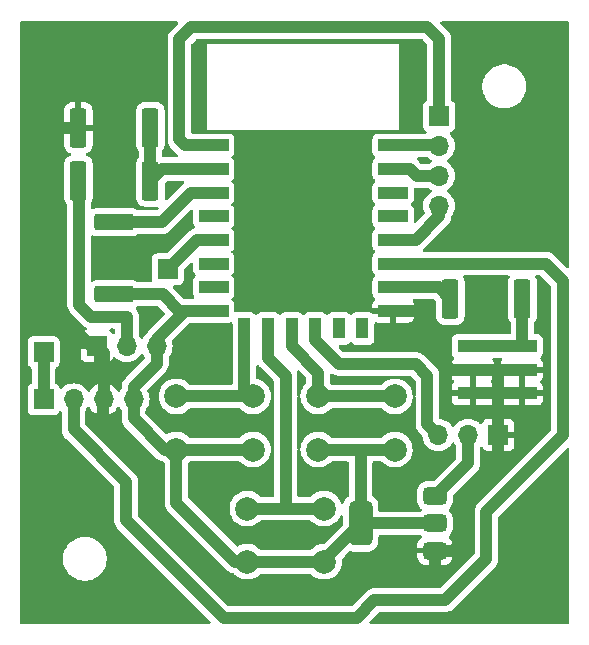
<source format=gbr>
%TF.GenerationSoftware,KiCad,Pcbnew,8.0.5*%
%TF.CreationDate,2024-10-12T19:33:38+02:00*%
%TF.ProjectId,kicad,6b696361-642e-46b6-9963-61645f706362,rev?*%
%TF.SameCoordinates,Original*%
%TF.FileFunction,Copper,L1,Top*%
%TF.FilePolarity,Positive*%
%FSLAX46Y46*%
G04 Gerber Fmt 4.6, Leading zero omitted, Abs format (unit mm)*
G04 Created by KiCad (PCBNEW 8.0.5) date 2024-10-12 19:33:38*
%MOMM*%
%LPD*%
G01*
G04 APERTURE LIST*
G04 Aperture macros list*
%AMRoundRect*
0 Rectangle with rounded corners*
0 $1 Rounding radius*
0 $2 $3 $4 $5 $6 $7 $8 $9 X,Y pos of 4 corners*
0 Add a 4 corners polygon primitive as box body*
4,1,4,$2,$3,$4,$5,$6,$7,$8,$9,$2,$3,0*
0 Add four circle primitives for the rounded corners*
1,1,$1+$1,$2,$3*
1,1,$1+$1,$4,$5*
1,1,$1+$1,$6,$7*
1,1,$1+$1,$8,$9*
0 Add four rect primitives between the rounded corners*
20,1,$1+$1,$2,$3,$4,$5,0*
20,1,$1+$1,$4,$5,$6,$7,0*
20,1,$1+$1,$6,$7,$8,$9,0*
20,1,$1+$1,$8,$9,$2,$3,0*%
G04 Aperture macros list end*
%TA.AperFunction,SMDPad,CuDef*%
%ADD10RoundRect,0.249999X-1.425001X0.450001X-1.425001X-0.450001X1.425001X-0.450001X1.425001X0.450001X0*%
%TD*%
%TA.AperFunction,SMDPad,CuDef*%
%ADD11RoundRect,0.249999X-0.450001X-1.425001X0.450001X-1.425001X0.450001X1.425001X-0.450001X1.425001X0*%
%TD*%
%TA.AperFunction,ComponentPad*%
%ADD12R,1.700000X1.700000*%
%TD*%
%TA.AperFunction,ComponentPad*%
%ADD13O,1.700000X1.700000*%
%TD*%
%TA.AperFunction,SMDPad,CuDef*%
%ADD14RoundRect,0.375000X0.625000X0.375000X-0.625000X0.375000X-0.625000X-0.375000X0.625000X-0.375000X0*%
%TD*%
%TA.AperFunction,SMDPad,CuDef*%
%ADD15RoundRect,0.500000X0.500000X1.400000X-0.500000X1.400000X-0.500000X-1.400000X0.500000X-1.400000X0*%
%TD*%
%TA.AperFunction,ComponentPad*%
%ADD16C,2.000000*%
%TD*%
%TA.AperFunction,SMDPad,CuDef*%
%ADD17R,2.500000X1.000000*%
%TD*%
%TA.AperFunction,SMDPad,CuDef*%
%ADD18R,1.000000X1.800000*%
%TD*%
%TA.AperFunction,SMDPad,CuDef*%
%ADD19R,2.580000X1.000000*%
%TD*%
%TA.AperFunction,Conductor*%
%ADD20C,1.000000*%
%TD*%
G04 APERTURE END LIST*
D10*
%TO.P,R1,1*%
%TO.N,Net-(U1-EN)*%
X116000000Y-92000000D03*
%TO.P,R1,2*%
%TO.N,VCC*%
X116000000Y-98100000D03*
%TD*%
D11*
%TO.P,R4,1*%
%TO.N,GND*%
X112950000Y-84000000D03*
%TO.P,R4,2*%
%TO.N,Net-(U1-ADC)*%
X119050000Y-84000000D03*
%TD*%
%TO.P,R2,1*%
%TO.N,Net-(U1-GPIO15)*%
X144450000Y-98500000D03*
%TO.P,R2,2*%
%TO.N,Net-(J1-Pin_a1)*%
X150550000Y-98500000D03*
%TD*%
D12*
%TO.P,REF\u002A\u002A,1*%
%TO.N,RESET*%
X143500000Y-83000000D03*
D13*
%TO.P,REF\u002A\u002A,2*%
%TO.N,TX*%
X143500000Y-85540000D03*
%TO.P,REF\u002A\u002A,3*%
%TO.N,RX*%
X143500000Y-88079999D03*
%TO.P,REF\u002A\u002A,4*%
%TO.N,IO 0*%
X143500000Y-90620000D03*
%TD*%
D14*
%TO.P,U2,1,GND*%
%TO.N,GND*%
X143150000Y-119800000D03*
%TO.P,U2,2,VO*%
%TO.N,VCC*%
X143149999Y-117500000D03*
D15*
X136850001Y-117500000D03*
D14*
%TO.P,U2,3,VI*%
%TO.N,VIN*%
X143150000Y-115200000D03*
%TD*%
D12*
%TO.P,REF\u002A\u002A,1*%
%TO.N,GND*%
X148500000Y-110000000D03*
D13*
%TO.P,REF\u002A\u002A,2*%
%TO.N,VIN*%
X145960000Y-110000000D03*
%TO.P,REF\u002A\u002A,3*%
%TO.N,SIG*%
X143420001Y-110000000D03*
%TD*%
D16*
%TO.P,SW3,1,1*%
%TO.N,VCC*%
X133750000Y-120750000D03*
X127250000Y-120750000D03*
%TO.P,SW3,2,2*%
%TO.N,Net-(U1-MISO)*%
X133750000Y-116249999D03*
X127249999Y-116250000D03*
%TD*%
D12*
%TO.P,REF\u002A\u002A,1*%
%TO.N,GND*%
X114500000Y-102500000D03*
D13*
%TO.P,REF\u002A\u002A,2*%
%TO.N,ADC*%
X117040000Y-102500000D03*
%TO.P,REF\u002A\u002A,3*%
%TO.N,VCC*%
X119580000Y-102500000D03*
%TD*%
D16*
%TO.P,SW2,1,1*%
%TO.N,VCC*%
X139750000Y-111250000D03*
X133250000Y-111250000D03*
%TO.P,SW2,2,2*%
%TO.N,Net-(U1-GPIO9)*%
X139750000Y-106749999D03*
X133249999Y-106750000D03*
%TD*%
%TO.P,SW4,1,1*%
%TO.N,VCC*%
X127750000Y-111250000D03*
X121250000Y-111250000D03*
%TO.P,SW4,2,2*%
%TO.N,Net-(U1-CS0)*%
X127750000Y-106749999D03*
X121249999Y-106750000D03*
%TD*%
D12*
%TO.P,REF\u002A\u002A,1*%
%TO.N,SCL*%
X110000000Y-107000000D03*
D13*
%TO.P,REF\u002A\u002A,2*%
%TO.N,SDA*%
X112540000Y-107000000D03*
%TO.P,REF\u002A\u002A,3*%
%TO.N,GND*%
X115079999Y-107000000D03*
%TO.P,REF\u002A\u002A,4*%
%TO.N,VCC*%
X117620000Y-107000000D03*
%TD*%
D17*
%TO.P,U1,1,~{RST}*%
%TO.N,RESET*%
X124400000Y-85500000D03*
%TO.P,U1,2,ADC*%
%TO.N,Net-(U1-ADC)*%
X124400000Y-87500000D03*
%TO.P,U1,3,EN*%
%TO.N,Net-(U1-EN)*%
X124400000Y-89500000D03*
%TO.P,U1,4,GPIO16*%
%TO.N,unconnected-(U1-GPIO16-Pad4)*%
X124400000Y-91500000D03*
%TO.P,U1,5,GPIO14*%
%TO.N,SCL*%
X124400000Y-93500000D03*
%TO.P,U1,6,GPIO12*%
%TO.N,unconnected-(U1-GPIO12-Pad6)*%
X124400000Y-95500000D03*
%TO.P,U1,7,GPIO13*%
%TO.N,unconnected-(U1-GPIO13-Pad7)*%
X124400000Y-97500000D03*
%TO.P,U1,8,VCC*%
%TO.N,VCC*%
X124400000Y-99500000D03*
D18*
%TO.P,U1,9,CS0*%
%TO.N,Net-(U1-CS0)*%
X127000000Y-101000000D03*
%TO.P,U1,10,MISO*%
%TO.N,Net-(U1-MISO)*%
X129000000Y-101000000D03*
%TO.P,U1,11,GPIO9*%
%TO.N,Net-(U1-GPIO9)*%
X131000000Y-101000000D03*
%TO.P,U1,12,GPIO10*%
%TO.N,SIG*%
X133000000Y-101000000D03*
%TO.P,U1,13,MOSI*%
%TO.N,unconnected-(U1-MOSI-Pad13)*%
X135000000Y-101000000D03*
%TO.P,U1,14,SCLK*%
%TO.N,unconnected-(U1-SCLK-Pad14)*%
X137000000Y-101000000D03*
D17*
%TO.P,U1,15,GND*%
%TO.N,GND*%
X139600000Y-99500000D03*
%TO.P,U1,16,GPIO15*%
%TO.N,Net-(U1-GPIO15)*%
X139600000Y-97500000D03*
%TO.P,U1,17,GPIO2*%
%TO.N,SDA*%
X139600000Y-95500000D03*
%TO.P,U1,18,GPIO0*%
%TO.N,IO 0*%
X139600000Y-93500000D03*
%TO.P,U1,19,GPIO4*%
%TO.N,unconnected-(U1-GPIO4-Pad19)*%
X139600000Y-91500000D03*
%TO.P,U1,20,GPIO5*%
%TO.N,unconnected-(U1-GPIO5-Pad20)*%
X139600000Y-89500000D03*
%TO.P,U1,21,GPIO3/RXD*%
%TO.N,RX*%
X139600000Y-87500000D03*
%TO.P,U1,22,GPIO1/TXD*%
%TO.N,TX*%
X139600000Y-85500000D03*
%TD*%
D12*
%TO.P,REF\u002A\u002A,1*%
%TO.N,SCL*%
X120500000Y-96000000D03*
%TD*%
D19*
%TO.P,J1,1*%
%TO.N,Net-(J1-Pin_a1)*%
X146330000Y-102500000D03*
%TO.P,J1,2*%
X150500000Y-102500000D03*
%TO.P,J1,3*%
%TO.N,GND*%
X146330000Y-104500000D03*
%TO.P,J1,4*%
X150500000Y-104500000D03*
%TO.P,J1,5*%
X146330000Y-106500000D03*
%TO.P,J1,6*%
X150500000Y-106500000D03*
%TD*%
D11*
%TO.P,R3,1*%
%TO.N,ADC*%
X112950000Y-88500000D03*
%TO.P,R3,2*%
%TO.N,Net-(U1-ADC)*%
X119050000Y-88500000D03*
%TD*%
D12*
%TO.P,REF\u002A\u002A,1*%
%TO.N,SCL*%
X110000000Y-103000000D03*
%TD*%
D20*
%TO.N,VCC*%
X122000000Y-99500000D02*
X124400000Y-99500000D01*
X119580000Y-104000000D02*
X119580000Y-102500000D01*
X120100000Y-98100000D02*
X116000000Y-98100000D01*
X121250000Y-111250000D02*
X120250000Y-111250000D01*
X126250000Y-120750000D02*
X127250000Y-120750000D01*
X120250000Y-111250000D02*
X117620000Y-108620000D01*
X119580000Y-101920000D02*
X122000000Y-99500000D01*
X121250000Y-111250000D02*
X121250000Y-115750000D01*
X143149999Y-117500000D02*
X136850001Y-117500000D01*
X133750000Y-120750000D02*
X133750000Y-120600001D01*
X127250000Y-120750000D02*
X133750000Y-120750000D01*
X122000000Y-99500000D02*
X121500000Y-99500000D01*
X133750000Y-120600001D02*
X136850001Y-117500000D01*
X117620000Y-107000000D02*
X117620000Y-105960000D01*
X121250000Y-115750000D02*
X126250000Y-120750000D01*
X117620000Y-105960000D02*
X119580000Y-104000000D01*
X121500000Y-99500000D02*
X120100000Y-98100000D01*
X137000000Y-111250000D02*
X139750000Y-111250000D01*
X117620000Y-108620000D02*
X117620000Y-107000000D01*
X136850001Y-117500000D02*
X136850001Y-111399999D01*
X133250000Y-111250000D02*
X137000000Y-111250000D01*
X136850001Y-111399999D02*
X137000000Y-111250000D01*
X121250000Y-111250000D02*
X127750000Y-111250000D01*
X119580000Y-102500000D02*
X119580000Y-101920000D01*
%TO.N,Net-(U1-EN)*%
X120000000Y-92000000D02*
X122500000Y-89500000D01*
X122500000Y-89500000D02*
X124400000Y-89500000D01*
X116000000Y-92000000D02*
X120000000Y-92000000D01*
%TO.N,Net-(U1-GPIO15)*%
X144450000Y-98500000D02*
X143450000Y-97500000D01*
X143450000Y-97500000D02*
X139600000Y-97500000D01*
%TO.N,Net-(U1-ADC)*%
X119050000Y-88500000D02*
X119050000Y-84000000D01*
X120050000Y-87500000D02*
X124400000Y-87500000D01*
X119050000Y-88500000D02*
X120050000Y-87500000D01*
%TO.N,ADC*%
X113000000Y-99000000D02*
X113000000Y-88550000D01*
X117040000Y-102500000D02*
X117040000Y-100000000D01*
X113000000Y-88550000D02*
X112950000Y-88500000D01*
X117040000Y-100000000D02*
X114000000Y-100000000D01*
X114000000Y-100000000D02*
X113000000Y-99000000D01*
%TO.N,GND*%
X148500000Y-104500000D02*
X150500001Y-104500000D01*
X115000000Y-107079999D02*
X115000000Y-109000000D01*
X148500000Y-104500000D02*
X148500000Y-106500000D01*
X143000000Y-122000000D02*
X143150000Y-121850000D01*
X148500000Y-106500000D02*
X150500000Y-106500000D01*
X119000000Y-116500000D02*
X126000000Y-123500000D01*
X148500000Y-112500000D02*
X148500000Y-110000000D01*
X143150000Y-121850000D02*
X143150000Y-119800000D01*
X135500000Y-123500000D02*
X137000000Y-122000000D01*
X142000000Y-102000000D02*
X144500000Y-104500000D01*
X115079999Y-107000000D02*
X115000000Y-107079999D01*
X142000000Y-99500000D02*
X142000000Y-102000000D01*
X146329999Y-104500000D02*
X148500000Y-104500000D01*
X144700000Y-119800000D02*
X145500000Y-119000000D01*
X143150000Y-119800000D02*
X144700000Y-119800000D01*
X115079999Y-107000000D02*
X115079999Y-103079999D01*
X114500000Y-102500000D02*
X114000000Y-102500000D01*
X145500000Y-115500000D02*
X148500000Y-112500000D01*
X139600000Y-99500000D02*
X142000000Y-99500000D01*
X126000000Y-123500000D02*
X135500000Y-123500000D01*
X148500000Y-110000000D02*
X148500000Y-106500000D01*
X146330000Y-106500000D02*
X148500000Y-106500000D01*
X144500000Y-104500000D02*
X146329999Y-104500000D01*
X111500000Y-84000000D02*
X112950000Y-84000000D01*
X115079999Y-103079999D02*
X114500000Y-102500000D01*
X145500000Y-119000000D02*
X145500000Y-115500000D01*
X115000000Y-109000000D02*
X119000000Y-113000000D01*
X119000000Y-113000000D02*
X119000000Y-116500000D01*
X137000000Y-122000000D02*
X143000000Y-122000000D01*
X114000000Y-102500000D02*
X111000000Y-99500000D01*
X111000000Y-84500000D02*
X111500000Y-84000000D01*
X111000000Y-99500000D02*
X111000000Y-84500000D01*
%TO.N,IO 0*%
X141500000Y-93500000D02*
X139600000Y-93500000D01*
X143500000Y-91500000D02*
X141500000Y-93500000D01*
X143500000Y-90620000D02*
X143500000Y-91500000D01*
%TO.N,TX*%
X143460000Y-85500000D02*
X143500000Y-85540000D01*
X139600000Y-85500000D02*
X143460000Y-85500000D01*
%TO.N,SIG*%
X141500000Y-104000000D02*
X135000000Y-104000000D01*
X143420001Y-110000000D02*
X142500000Y-109079999D01*
X142500000Y-109079999D02*
X142500000Y-105000000D01*
X135000000Y-104000000D02*
X133000000Y-102000000D01*
X142500000Y-105000000D02*
X141500000Y-104000000D01*
X133000000Y-102000000D02*
X133000000Y-101000000D01*
%TO.N,SDA*%
X138000000Y-124000000D02*
X144000000Y-124000000D01*
X154000000Y-110000000D02*
X154000000Y-97000000D01*
X136500000Y-125500000D02*
X138000000Y-124000000D01*
X125250000Y-125500000D02*
X136500000Y-125500000D01*
X112540000Y-109540000D02*
X117000000Y-114000000D01*
X117000000Y-114000000D02*
X117000000Y-117250000D01*
X112540000Y-107000000D02*
X112540000Y-109540000D01*
X147500000Y-120500000D02*
X147500000Y-116500000D01*
X154000000Y-97000000D02*
X152500000Y-95500000D01*
X152500000Y-95500000D02*
X139600000Y-95500000D01*
X117000000Y-117250000D02*
X125250000Y-125500000D01*
X147500000Y-116500000D02*
X154000000Y-110000000D01*
X144000000Y-124000000D02*
X147500000Y-120500000D01*
%TO.N,RESET*%
X121500000Y-85000000D02*
X122000000Y-85500000D01*
X122000000Y-85500000D02*
X124400000Y-85500000D01*
X142500000Y-75500000D02*
X122500000Y-75500000D01*
X122500000Y-75500000D02*
X121500000Y-76500000D01*
X121500000Y-76500000D02*
X121500000Y-85000000D01*
X143500000Y-83000000D02*
X143500000Y-76500000D01*
X143500000Y-76500000D02*
X142500000Y-75500000D01*
%TO.N,SCL*%
X123000000Y-93500000D02*
X124400000Y-93500000D01*
X110000000Y-103000000D02*
X110000000Y-107000000D01*
X120500000Y-96000000D02*
X123000000Y-93500000D01*
%TO.N,RX*%
X141040000Y-87500000D02*
X139600000Y-87500000D01*
X143500000Y-88079999D02*
X141619999Y-88079999D01*
X141619999Y-88079999D02*
X141040000Y-87500000D01*
%TO.N,VIN*%
X145960000Y-112390000D02*
X145960000Y-110000000D01*
X143150000Y-115200000D02*
X145960000Y-112390000D01*
%TO.N,Net-(J1-Pin_a1)*%
X150550000Y-98500000D02*
X150550000Y-102450000D01*
X146330000Y-102500000D02*
X150500000Y-102500000D01*
X150550000Y-102450000D02*
X150500000Y-102500000D01*
%TO.N,Net-(U1-GPIO9)*%
X131000000Y-101000000D02*
X131000000Y-102500000D01*
X131000000Y-102500000D02*
X133249999Y-104749999D01*
X133249999Y-104749999D02*
X133249999Y-106750000D01*
X133249999Y-106750000D02*
X139749999Y-106750000D01*
X139749999Y-106750000D02*
X139750000Y-106749999D01*
%TO.N,Net-(U1-MISO)*%
X133749999Y-116250000D02*
X133750000Y-116249999D01*
X130500000Y-105000000D02*
X129000000Y-103500000D01*
X130500000Y-116250000D02*
X130500000Y-105000000D01*
X129000000Y-103500000D02*
X129000000Y-101000000D01*
X127249999Y-116250000D02*
X130500000Y-116250000D01*
X130500000Y-116250000D02*
X133749999Y-116250000D01*
%TO.N,Net-(U1-CS0)*%
X127000000Y-101000000D02*
X127000000Y-105999999D01*
X121249999Y-106750000D02*
X127749999Y-106750000D01*
X127749999Y-106750000D02*
X127750000Y-106749999D01*
X127000000Y-105999999D02*
X127750000Y-106749999D01*
%TD*%
%TA.AperFunction,Conductor*%
%TO.N,GND*%
G36*
X121352256Y-75020185D02*
G01*
X121398011Y-75072989D01*
X121407955Y-75142147D01*
X121378930Y-75205703D01*
X121372898Y-75212181D01*
X120862220Y-75722859D01*
X120862218Y-75722861D01*
X120792538Y-75792540D01*
X120722859Y-75862219D01*
X120613371Y-76026079D01*
X120613364Y-76026092D01*
X120537950Y-76208160D01*
X120537947Y-76208170D01*
X120499500Y-76401456D01*
X120499500Y-76401457D01*
X120499500Y-76401459D01*
X120499500Y-85098541D01*
X120499500Y-85098543D01*
X120499499Y-85098543D01*
X120537947Y-85291829D01*
X120537950Y-85291839D01*
X120613364Y-85473907D01*
X120613371Y-85473920D01*
X120722860Y-85637781D01*
X120722863Y-85637785D01*
X120866537Y-85781459D01*
X120866559Y-85781479D01*
X121219735Y-86134655D01*
X121219764Y-86134686D01*
X121362212Y-86277134D01*
X121365275Y-86279648D01*
X121366447Y-86281369D01*
X121366525Y-86281447D01*
X121366510Y-86281461D01*
X121404608Y-86337395D01*
X121406477Y-86407239D01*
X121370289Y-86467007D01*
X121307532Y-86497722D01*
X121286608Y-86499500D01*
X120174500Y-86499500D01*
X120107461Y-86479815D01*
X120061706Y-86427011D01*
X120050500Y-86375500D01*
X120050500Y-85987230D01*
X120070185Y-85920191D01*
X120086819Y-85899549D01*
X120092712Y-85893656D01*
X120184814Y-85744335D01*
X120239999Y-85577798D01*
X120250500Y-85475010D01*
X120250500Y-82524990D01*
X120239999Y-82422202D01*
X120184814Y-82255665D01*
X120092712Y-82106344D01*
X119968656Y-81982288D01*
X119847683Y-81907671D01*
X119819337Y-81890187D01*
X119819332Y-81890185D01*
X119817863Y-81889698D01*
X119652798Y-81835001D01*
X119652796Y-81835000D01*
X119550017Y-81824500D01*
X119550010Y-81824500D01*
X118549990Y-81824500D01*
X118549982Y-81824500D01*
X118447203Y-81835000D01*
X118447202Y-81835001D01*
X118364669Y-81862349D01*
X118280667Y-81890185D01*
X118280662Y-81890187D01*
X118131342Y-81982289D01*
X118007289Y-82106342D01*
X117915187Y-82255662D01*
X117915185Y-82255667D01*
X117887349Y-82339669D01*
X117860001Y-82422202D01*
X117860001Y-82422203D01*
X117860000Y-82422203D01*
X117849500Y-82524982D01*
X117849500Y-85475017D01*
X117860000Y-85577796D01*
X117915185Y-85744332D01*
X117915187Y-85744337D01*
X118007289Y-85893657D01*
X118013181Y-85899549D01*
X118046666Y-85960872D01*
X118049500Y-85987230D01*
X118049500Y-86512770D01*
X118029815Y-86579809D01*
X118013181Y-86600451D01*
X118007289Y-86606342D01*
X117915187Y-86755662D01*
X117915185Y-86755667D01*
X117897181Y-86809999D01*
X117860001Y-86922202D01*
X117860001Y-86922203D01*
X117860000Y-86922203D01*
X117849500Y-87024982D01*
X117849500Y-89975017D01*
X117860000Y-90077796D01*
X117886422Y-90157531D01*
X117915186Y-90244335D01*
X118007288Y-90393656D01*
X118131344Y-90517712D01*
X118280665Y-90609814D01*
X118447202Y-90664999D01*
X118549990Y-90675500D01*
X118549995Y-90675500D01*
X119550005Y-90675500D01*
X119550010Y-90675500D01*
X119603746Y-90670010D01*
X119672439Y-90682779D01*
X119723324Y-90730659D01*
X119740245Y-90798449D01*
X119717830Y-90864625D01*
X119704031Y-90881048D01*
X119621897Y-90963182D01*
X119560577Y-90996666D01*
X119534218Y-90999500D01*
X117987230Y-90999500D01*
X117920191Y-90979815D01*
X117899549Y-90963181D01*
X117893657Y-90957289D01*
X117893656Y-90957288D01*
X117744335Y-90865186D01*
X117577798Y-90810001D01*
X117577796Y-90810000D01*
X117475017Y-90799500D01*
X117475010Y-90799500D01*
X114524990Y-90799500D01*
X114524982Y-90799500D01*
X114422203Y-90810000D01*
X114422202Y-90810001D01*
X114339669Y-90837349D01*
X114255667Y-90865185D01*
X114255658Y-90865189D01*
X114189596Y-90905937D01*
X114122204Y-90924377D01*
X114055540Y-90903454D01*
X114010771Y-90849812D01*
X114000500Y-90800398D01*
X114000500Y-90416195D01*
X114018962Y-90351098D01*
X114084809Y-90244343D01*
X114084808Y-90244343D01*
X114084814Y-90244335D01*
X114139999Y-90077798D01*
X114150500Y-89975010D01*
X114150500Y-87024990D01*
X114139999Y-86922202D01*
X114084814Y-86755665D01*
X113992712Y-86606344D01*
X113868656Y-86482288D01*
X113736436Y-86400734D01*
X113719337Y-86390187D01*
X113719332Y-86390185D01*
X113708610Y-86386632D01*
X113650698Y-86367442D01*
X113593255Y-86327670D01*
X113566432Y-86263155D01*
X113578747Y-86194379D01*
X113626290Y-86143179D01*
X113650701Y-86132031D01*
X113719117Y-86109360D01*
X113719130Y-86109354D01*
X113868340Y-86017319D01*
X113868344Y-86017316D01*
X113992316Y-85893344D01*
X113992319Y-85893340D01*
X114084354Y-85744130D01*
X114084359Y-85744119D01*
X114139505Y-85577697D01*
X114149999Y-85474986D01*
X114150000Y-85474973D01*
X114150000Y-84250000D01*
X111750001Y-84250000D01*
X111750001Y-85474986D01*
X111760494Y-85577696D01*
X111760494Y-85577698D01*
X111815640Y-85744119D01*
X111815645Y-85744130D01*
X111907680Y-85893340D01*
X111907683Y-85893344D01*
X112031655Y-86017316D01*
X112031659Y-86017319D01*
X112180869Y-86109354D01*
X112180880Y-86109359D01*
X112249299Y-86132031D01*
X112306744Y-86171804D01*
X112333567Y-86236319D01*
X112321252Y-86305095D01*
X112273709Y-86356295D01*
X112249299Y-86367443D01*
X112180667Y-86390185D01*
X112180662Y-86390187D01*
X112031342Y-86482289D01*
X111907289Y-86606342D01*
X111815187Y-86755662D01*
X111815185Y-86755667D01*
X111797181Y-86809999D01*
X111760001Y-86922202D01*
X111760001Y-86922203D01*
X111760000Y-86922203D01*
X111749500Y-87024982D01*
X111749500Y-89975017D01*
X111760000Y-90077796D01*
X111786422Y-90157531D01*
X111815186Y-90244335D01*
X111901697Y-90384592D01*
X111907289Y-90393657D01*
X111963181Y-90449549D01*
X111996666Y-90510872D01*
X111999500Y-90537230D01*
X111999500Y-99098541D01*
X111999500Y-99098543D01*
X111999499Y-99098543D01*
X112037947Y-99291829D01*
X112037950Y-99291839D01*
X112113364Y-99473907D01*
X112113371Y-99473920D01*
X112222859Y-99637780D01*
X112222860Y-99637781D01*
X112222861Y-99637782D01*
X112362218Y-99777139D01*
X112362219Y-99777139D01*
X112369286Y-99784206D01*
X112369285Y-99784206D01*
X112369289Y-99784209D01*
X113362215Y-100777137D01*
X113362219Y-100777140D01*
X113526079Y-100886628D01*
X113526092Y-100886635D01*
X113597720Y-100916304D01*
X113652124Y-100960145D01*
X113674189Y-101026439D01*
X113656910Y-101094138D01*
X113605773Y-101141749D01*
X113563527Y-101154154D01*
X113542626Y-101156401D01*
X113542620Y-101156403D01*
X113407913Y-101206645D01*
X113407906Y-101206649D01*
X113292812Y-101292809D01*
X113292809Y-101292812D01*
X113206649Y-101407906D01*
X113206645Y-101407913D01*
X113156403Y-101542620D01*
X113156401Y-101542627D01*
X113150000Y-101602155D01*
X113150000Y-102250000D01*
X114066988Y-102250000D01*
X114034075Y-102307007D01*
X114000000Y-102434174D01*
X114000000Y-102565826D01*
X114034075Y-102692993D01*
X114066988Y-102750000D01*
X113150000Y-102750000D01*
X113150000Y-103397844D01*
X113156401Y-103457372D01*
X113156403Y-103457379D01*
X113206645Y-103592086D01*
X113206649Y-103592093D01*
X113292809Y-103707187D01*
X113292812Y-103707190D01*
X113407906Y-103793350D01*
X113407913Y-103793354D01*
X113542620Y-103843596D01*
X113542627Y-103843598D01*
X113602155Y-103849999D01*
X113602172Y-103850000D01*
X114250000Y-103850000D01*
X114250000Y-102933012D01*
X114307007Y-102965925D01*
X114434174Y-103000000D01*
X114565826Y-103000000D01*
X114692993Y-102965925D01*
X114750000Y-102933012D01*
X114750000Y-103850000D01*
X115397828Y-103850000D01*
X115397844Y-103849999D01*
X115457372Y-103843598D01*
X115457379Y-103843596D01*
X115592086Y-103793354D01*
X115592093Y-103793350D01*
X115707187Y-103707190D01*
X115707190Y-103707187D01*
X115793350Y-103592093D01*
X115793354Y-103592086D01*
X115842422Y-103460529D01*
X115884293Y-103404595D01*
X115949757Y-103380178D01*
X116018030Y-103395030D01*
X116046285Y-103416181D01*
X116168599Y-103538495D01*
X116258231Y-103601256D01*
X116362165Y-103674032D01*
X116362167Y-103674033D01*
X116362170Y-103674035D01*
X116576337Y-103773903D01*
X116804592Y-103835063D01*
X116975319Y-103850000D01*
X117039999Y-103855659D01*
X117040000Y-103855659D01*
X117040001Y-103855659D01*
X117104681Y-103850000D01*
X117275408Y-103835063D01*
X117503663Y-103773903D01*
X117717830Y-103674035D01*
X117911401Y-103538495D01*
X118078495Y-103371401D01*
X118208425Y-103185842D01*
X118263002Y-103142217D01*
X118332500Y-103135023D01*
X118394855Y-103166546D01*
X118411575Y-103185842D01*
X118541501Y-103371396D01*
X118541506Y-103371402D01*
X118543181Y-103373077D01*
X118543682Y-103373995D01*
X118544982Y-103375544D01*
X118544670Y-103375805D01*
X118576666Y-103434400D01*
X118579500Y-103460758D01*
X118579500Y-103534217D01*
X118559815Y-103601256D01*
X118543181Y-103621898D01*
X116982220Y-105182859D01*
X116982218Y-105182861D01*
X116922993Y-105242086D01*
X116842859Y-105322219D01*
X116733371Y-105486079D01*
X116733366Y-105486089D01*
X116680038Y-105614831D01*
X116680038Y-105614834D01*
X116663026Y-105655909D01*
X116659287Y-105664937D01*
X116657947Y-105668171D01*
X116657946Y-105668173D01*
X116619500Y-105861454D01*
X116619500Y-106039241D01*
X116599815Y-106106280D01*
X116583181Y-106126922D01*
X116581505Y-106128597D01*
X116451269Y-106314595D01*
X116396692Y-106358220D01*
X116327194Y-106365414D01*
X116264839Y-106333891D01*
X116248119Y-106314595D01*
X116118112Y-106128927D01*
X116118107Y-106128920D01*
X115951081Y-105961894D01*
X115757577Y-105826399D01*
X115543491Y-105726570D01*
X115543485Y-105726567D01*
X115329999Y-105669364D01*
X115329999Y-106566988D01*
X115272992Y-106534075D01*
X115145825Y-106500000D01*
X115014173Y-106500000D01*
X114887006Y-106534075D01*
X114829999Y-106566988D01*
X114829999Y-105669364D01*
X114829998Y-105669364D01*
X114616512Y-105726567D01*
X114616506Y-105726570D01*
X114402421Y-105826399D01*
X114402419Y-105826400D01*
X114208925Y-105961886D01*
X114208919Y-105961891D01*
X114041890Y-106128920D01*
X114041889Y-106128922D01*
X113911879Y-106314595D01*
X113857302Y-106358219D01*
X113787803Y-106365412D01*
X113725449Y-106333890D01*
X113708730Y-106314595D01*
X113578495Y-106128599D01*
X113411401Y-105961505D01*
X113334518Y-105907671D01*
X113217834Y-105825967D01*
X113217830Y-105825965D01*
X113216219Y-105825214D01*
X113003663Y-105726097D01*
X113003659Y-105726096D01*
X113003655Y-105726094D01*
X112775413Y-105664938D01*
X112775403Y-105664936D01*
X112540001Y-105644341D01*
X112539999Y-105644341D01*
X112304596Y-105664936D01*
X112304586Y-105664938D01*
X112076344Y-105726094D01*
X112076335Y-105726098D01*
X111862171Y-105825964D01*
X111862169Y-105825965D01*
X111668600Y-105961503D01*
X111546673Y-106083430D01*
X111485350Y-106116914D01*
X111415658Y-106111930D01*
X111359725Y-106070058D01*
X111342810Y-106039081D01*
X111293797Y-105907671D01*
X111293793Y-105907664D01*
X111207547Y-105792455D01*
X111207544Y-105792452D01*
X111092335Y-105706206D01*
X111092332Y-105706205D01*
X111092331Y-105706204D01*
X111081161Y-105702038D01*
X111025231Y-105660166D01*
X111000816Y-105594701D01*
X111000500Y-105585858D01*
X111000500Y-104414141D01*
X111020185Y-104347102D01*
X111072989Y-104301347D01*
X111081149Y-104297966D01*
X111092331Y-104293796D01*
X111094962Y-104291827D01*
X111150835Y-104250000D01*
X111207546Y-104207546D01*
X111293796Y-104092331D01*
X111344091Y-103957483D01*
X111350500Y-103897873D01*
X111350499Y-102102128D01*
X111344091Y-102042517D01*
X111340942Y-102034075D01*
X111293797Y-101907671D01*
X111293793Y-101907664D01*
X111207547Y-101792455D01*
X111207544Y-101792452D01*
X111092335Y-101706206D01*
X111092328Y-101706202D01*
X110957482Y-101655908D01*
X110957483Y-101655908D01*
X110897883Y-101649501D01*
X110897881Y-101649500D01*
X110897873Y-101649500D01*
X110897864Y-101649500D01*
X109102129Y-101649500D01*
X109102123Y-101649501D01*
X109042516Y-101655908D01*
X108907671Y-101706202D01*
X108907664Y-101706206D01*
X108792455Y-101792452D01*
X108792452Y-101792455D01*
X108706206Y-101907664D01*
X108706202Y-101907671D01*
X108655908Y-102042517D01*
X108649739Y-102099901D01*
X108649501Y-102102123D01*
X108649500Y-102102135D01*
X108649500Y-103897870D01*
X108649501Y-103897876D01*
X108655908Y-103957483D01*
X108706202Y-104092328D01*
X108706206Y-104092335D01*
X108792452Y-104207544D01*
X108792455Y-104207547D01*
X108907665Y-104293794D01*
X108907667Y-104293794D01*
X108907669Y-104293796D01*
X108918830Y-104297958D01*
X108974764Y-104339826D01*
X108999184Y-104405289D01*
X108999500Y-104414141D01*
X108999500Y-105585858D01*
X108979815Y-105652897D01*
X108927011Y-105698652D01*
X108918847Y-105702034D01*
X108907669Y-105706204D01*
X108907664Y-105706206D01*
X108792455Y-105792452D01*
X108792452Y-105792455D01*
X108706206Y-105907664D01*
X108706202Y-105907671D01*
X108655908Y-106042517D01*
X108649501Y-106102116D01*
X108649500Y-106102135D01*
X108649500Y-107897870D01*
X108649501Y-107897876D01*
X108655908Y-107957483D01*
X108706202Y-108092328D01*
X108706206Y-108092335D01*
X108792452Y-108207544D01*
X108792455Y-108207547D01*
X108907664Y-108293793D01*
X108907671Y-108293797D01*
X109042517Y-108344091D01*
X109042516Y-108344091D01*
X109049444Y-108344835D01*
X109102127Y-108350500D01*
X110897872Y-108350499D01*
X110957483Y-108344091D01*
X111092331Y-108293796D01*
X111207546Y-108207546D01*
X111293796Y-108092331D01*
X111299318Y-108077525D01*
X111341188Y-108021593D01*
X111406652Y-107997175D01*
X111474925Y-108012026D01*
X111524331Y-108061430D01*
X111539500Y-108120859D01*
X111539500Y-109638541D01*
X111539500Y-109638543D01*
X111539499Y-109638543D01*
X111577947Y-109831829D01*
X111577950Y-109831839D01*
X111653364Y-110013907D01*
X111653371Y-110013920D01*
X111762859Y-110177780D01*
X111762860Y-110177781D01*
X111762861Y-110177782D01*
X111902218Y-110317139D01*
X111902219Y-110317139D01*
X111909286Y-110324206D01*
X111909285Y-110324206D01*
X111909289Y-110324209D01*
X115963181Y-114378101D01*
X115996666Y-114439424D01*
X115999500Y-114465782D01*
X115999500Y-117348541D01*
X115999500Y-117348543D01*
X115999499Y-117348543D01*
X116037947Y-117541829D01*
X116037950Y-117541839D01*
X116113364Y-117723907D01*
X116113371Y-117723920D01*
X116222860Y-117887781D01*
X116222863Y-117887785D01*
X116366537Y-118031459D01*
X116366559Y-118031479D01*
X124122899Y-125787819D01*
X124156384Y-125849142D01*
X124151400Y-125918834D01*
X124109528Y-125974767D01*
X124044064Y-125999184D01*
X124035218Y-125999500D01*
X108124500Y-125999500D01*
X108057461Y-125979815D01*
X108011706Y-125927011D01*
X108000500Y-125875500D01*
X108000500Y-120378711D01*
X111649500Y-120378711D01*
X111649500Y-120621288D01*
X111681161Y-120861785D01*
X111743947Y-121096104D01*
X111836773Y-121320205D01*
X111836776Y-121320212D01*
X111958064Y-121530289D01*
X111958066Y-121530292D01*
X111958067Y-121530293D01*
X112105733Y-121722736D01*
X112105739Y-121722743D01*
X112277256Y-121894260D01*
X112277262Y-121894265D01*
X112469711Y-122041936D01*
X112679788Y-122163224D01*
X112903900Y-122256054D01*
X113138211Y-122318838D01*
X113318586Y-122342584D01*
X113378711Y-122350500D01*
X113378712Y-122350500D01*
X113621289Y-122350500D01*
X113669388Y-122344167D01*
X113861789Y-122318838D01*
X114096100Y-122256054D01*
X114320212Y-122163224D01*
X114530289Y-122041936D01*
X114722738Y-121894265D01*
X114894265Y-121722738D01*
X115041936Y-121530289D01*
X115163224Y-121320212D01*
X115256054Y-121096100D01*
X115318838Y-120861789D01*
X115350500Y-120621288D01*
X115350500Y-120378712D01*
X115318838Y-120138211D01*
X115256054Y-119903900D01*
X115163224Y-119679788D01*
X115041936Y-119469711D01*
X114916451Y-119306175D01*
X114894266Y-119277263D01*
X114894260Y-119277256D01*
X114722743Y-119105739D01*
X114722736Y-119105733D01*
X114530293Y-118958067D01*
X114530292Y-118958066D01*
X114530289Y-118958064D01*
X114320212Y-118836776D01*
X114320205Y-118836773D01*
X114096104Y-118743947D01*
X113861785Y-118681161D01*
X113621289Y-118649500D01*
X113621288Y-118649500D01*
X113378712Y-118649500D01*
X113378711Y-118649500D01*
X113138214Y-118681161D01*
X112903895Y-118743947D01*
X112679794Y-118836773D01*
X112679785Y-118836777D01*
X112469706Y-118958067D01*
X112277263Y-119105733D01*
X112277256Y-119105739D01*
X112105739Y-119277256D01*
X112105733Y-119277263D01*
X111958067Y-119469706D01*
X111836777Y-119679785D01*
X111836773Y-119679794D01*
X111743947Y-119903895D01*
X111681161Y-120138214D01*
X111649500Y-120378711D01*
X108000500Y-120378711D01*
X108000500Y-82525013D01*
X111750000Y-82525013D01*
X111750000Y-83750000D01*
X112700000Y-83750000D01*
X113200000Y-83750000D01*
X114149999Y-83750000D01*
X114149999Y-82525028D01*
X114149998Y-82525013D01*
X114139505Y-82422303D01*
X114139505Y-82422301D01*
X114084359Y-82255880D01*
X114084354Y-82255869D01*
X113992319Y-82106659D01*
X113992316Y-82106655D01*
X113868344Y-81982683D01*
X113868340Y-81982680D01*
X113719130Y-81890645D01*
X113719119Y-81890640D01*
X113552697Y-81835494D01*
X113449986Y-81825000D01*
X113200000Y-81825000D01*
X113200000Y-83750000D01*
X112700000Y-83750000D01*
X112700000Y-81825000D01*
X112450029Y-81825000D01*
X112450012Y-81825001D01*
X112347303Y-81835494D01*
X112347301Y-81835494D01*
X112180880Y-81890640D01*
X112180869Y-81890645D01*
X112031659Y-81982680D01*
X112031655Y-81982683D01*
X111907683Y-82106655D01*
X111907680Y-82106659D01*
X111815645Y-82255869D01*
X111815640Y-82255880D01*
X111760494Y-82422302D01*
X111750000Y-82525013D01*
X108000500Y-82525013D01*
X108000500Y-75124500D01*
X108020185Y-75057461D01*
X108072989Y-75011706D01*
X108124500Y-75000500D01*
X121285217Y-75000500D01*
X121352256Y-75020185D01*
G37*
%TD.AperFunction*%
%TA.AperFunction,Conductor*%
G36*
X142101257Y-76520185D02*
G01*
X142121899Y-76536819D01*
X142463181Y-76878101D01*
X142496666Y-76939424D01*
X142499500Y-76965782D01*
X142499500Y-81585858D01*
X142479815Y-81652897D01*
X142427011Y-81698652D01*
X142418847Y-81702034D01*
X142407669Y-81706204D01*
X142407664Y-81706206D01*
X142292455Y-81792452D01*
X142292452Y-81792455D01*
X142206206Y-81907664D01*
X142206202Y-81907671D01*
X142155908Y-82042517D01*
X142149501Y-82102116D01*
X142149501Y-82102123D01*
X142149500Y-82102135D01*
X142149500Y-83897870D01*
X142149501Y-83897876D01*
X142155908Y-83957483D01*
X142206202Y-84092328D01*
X142206206Y-84092335D01*
X142292452Y-84207544D01*
X142292455Y-84207547D01*
X142384208Y-84276234D01*
X142426079Y-84332168D01*
X142431063Y-84401859D01*
X142397577Y-84463182D01*
X142336254Y-84496666D01*
X142309897Y-84499500D01*
X138302129Y-84499500D01*
X138302123Y-84499501D01*
X138242516Y-84505908D01*
X138107671Y-84556202D01*
X138107664Y-84556206D01*
X137992455Y-84642452D01*
X137992452Y-84642455D01*
X137906206Y-84757664D01*
X137906202Y-84757671D01*
X137855908Y-84892517D01*
X137849501Y-84952116D01*
X137849501Y-84952123D01*
X137849500Y-84952135D01*
X137849500Y-86047870D01*
X137849501Y-86047876D01*
X137855908Y-86107483D01*
X137906202Y-86242328D01*
X137906206Y-86242335D01*
X137992452Y-86357544D01*
X137992453Y-86357544D01*
X137992454Y-86357546D01*
X138021615Y-86379376D01*
X138050145Y-86400734D01*
X138092015Y-86456668D01*
X138096999Y-86526360D01*
X138063513Y-86587683D01*
X138050145Y-86599266D01*
X137992452Y-86642455D01*
X137906206Y-86757664D01*
X137906202Y-86757671D01*
X137855908Y-86892517D01*
X137852717Y-86922202D01*
X137849501Y-86952123D01*
X137849500Y-86952135D01*
X137849500Y-88047870D01*
X137849501Y-88047876D01*
X137855908Y-88107483D01*
X137906202Y-88242328D01*
X137906206Y-88242335D01*
X137992452Y-88357544D01*
X137992453Y-88357544D01*
X137992454Y-88357546D01*
X138021615Y-88379376D01*
X138050145Y-88400734D01*
X138092015Y-88456668D01*
X138096999Y-88526360D01*
X138063513Y-88587683D01*
X138050145Y-88599266D01*
X137992452Y-88642455D01*
X137906206Y-88757664D01*
X137906202Y-88757671D01*
X137855908Y-88892517D01*
X137849579Y-88951394D01*
X137849501Y-88952123D01*
X137849500Y-88952135D01*
X137849500Y-90047870D01*
X137849501Y-90047876D01*
X137855908Y-90107483D01*
X137906202Y-90242328D01*
X137906206Y-90242335D01*
X137992452Y-90357544D01*
X137992453Y-90357544D01*
X137992454Y-90357546D01*
X138021615Y-90379376D01*
X138050145Y-90400734D01*
X138092015Y-90456668D01*
X138096999Y-90526360D01*
X138063513Y-90587683D01*
X138050145Y-90599266D01*
X137992452Y-90642455D01*
X137906206Y-90757664D01*
X137906202Y-90757671D01*
X137855908Y-90892517D01*
X137850415Y-90943615D01*
X137849501Y-90952123D01*
X137849500Y-90952135D01*
X137849500Y-92047870D01*
X137849501Y-92047876D01*
X137855908Y-92107483D01*
X137906202Y-92242328D01*
X137906206Y-92242335D01*
X137992452Y-92357544D01*
X137992453Y-92357544D01*
X137992454Y-92357546D01*
X138021615Y-92379376D01*
X138050145Y-92400734D01*
X138092015Y-92456668D01*
X138096999Y-92526360D01*
X138063513Y-92587683D01*
X138050145Y-92599266D01*
X137992452Y-92642455D01*
X137906206Y-92757664D01*
X137906202Y-92757671D01*
X137855908Y-92892517D01*
X137849501Y-92952116D01*
X137849501Y-92952123D01*
X137849500Y-92952135D01*
X137849500Y-94047870D01*
X137849501Y-94047876D01*
X137855908Y-94107483D01*
X137906202Y-94242328D01*
X137906206Y-94242335D01*
X137992452Y-94357544D01*
X137992453Y-94357544D01*
X137992454Y-94357546D01*
X138021615Y-94379376D01*
X138050145Y-94400734D01*
X138092015Y-94456668D01*
X138096999Y-94526360D01*
X138063513Y-94587683D01*
X138050145Y-94599266D01*
X137992452Y-94642455D01*
X137906206Y-94757664D01*
X137906202Y-94757671D01*
X137855908Y-94892517D01*
X137849501Y-94952116D01*
X137849501Y-94952123D01*
X137849500Y-94952135D01*
X137849500Y-96047870D01*
X137849501Y-96047876D01*
X137855908Y-96107483D01*
X137906202Y-96242328D01*
X137906206Y-96242335D01*
X137992452Y-96357544D01*
X137992453Y-96357544D01*
X137992454Y-96357546D01*
X138021615Y-96379376D01*
X138050145Y-96400734D01*
X138092015Y-96456668D01*
X138096999Y-96526360D01*
X138063513Y-96587683D01*
X138050145Y-96599266D01*
X137992452Y-96642455D01*
X137906206Y-96757664D01*
X137906202Y-96757671D01*
X137855908Y-96892517D01*
X137852717Y-96922202D01*
X137849501Y-96952123D01*
X137849500Y-96952135D01*
X137849500Y-98047870D01*
X137849501Y-98047876D01*
X137855908Y-98107483D01*
X137906202Y-98242328D01*
X137906206Y-98242335D01*
X137992452Y-98357544D01*
X137992453Y-98357544D01*
X137992454Y-98357546D01*
X138004618Y-98366652D01*
X138050562Y-98401046D01*
X138092432Y-98456980D01*
X138097416Y-98526672D01*
X138063930Y-98587994D01*
X138050562Y-98599578D01*
X137992809Y-98642812D01*
X137906649Y-98757906D01*
X137906645Y-98757913D01*
X137856403Y-98892620D01*
X137856401Y-98892627D01*
X137850000Y-98952155D01*
X137850000Y-99250000D01*
X141350000Y-99250000D01*
X141350000Y-98952172D01*
X141349999Y-98952155D01*
X141343598Y-98892627D01*
X141343596Y-98892620D01*
X141293354Y-98757913D01*
X141293352Y-98757910D01*
X141249111Y-98698812D01*
X141224693Y-98633348D01*
X141239544Y-98565074D01*
X141288949Y-98515669D01*
X141348377Y-98500500D01*
X142984218Y-98500500D01*
X143051257Y-98520185D01*
X143071899Y-98536819D01*
X143213181Y-98678101D01*
X143246666Y-98739424D01*
X143249500Y-98765782D01*
X143249500Y-99975017D01*
X143260000Y-100077796D01*
X143260001Y-100077798D01*
X143315186Y-100244335D01*
X143407288Y-100393656D01*
X143531344Y-100517712D01*
X143680665Y-100609814D01*
X143847202Y-100664999D01*
X143949990Y-100675500D01*
X143949995Y-100675500D01*
X144950005Y-100675500D01*
X144950010Y-100675500D01*
X145052798Y-100664999D01*
X145219335Y-100609814D01*
X145368656Y-100517712D01*
X145492712Y-100393656D01*
X145584814Y-100244335D01*
X145639999Y-100077798D01*
X145650500Y-99975010D01*
X145650500Y-97024990D01*
X145639999Y-96922202D01*
X145584814Y-96755665D01*
X145584810Y-96755659D01*
X145584809Y-96755656D01*
X145544063Y-96689597D01*
X145525622Y-96622205D01*
X145546544Y-96555541D01*
X145600186Y-96510772D01*
X145649601Y-96500500D01*
X149350399Y-96500500D01*
X149417438Y-96520185D01*
X149463193Y-96572989D01*
X149473137Y-96642147D01*
X149455937Y-96689597D01*
X149415190Y-96755656D01*
X149415185Y-96755667D01*
X149414522Y-96757669D01*
X149360001Y-96922202D01*
X149360001Y-96922203D01*
X149360000Y-96922203D01*
X149349500Y-97024982D01*
X149349500Y-99975017D01*
X149360000Y-100077796D01*
X149415185Y-100244332D01*
X149415187Y-100244337D01*
X149507289Y-100393657D01*
X149513181Y-100399549D01*
X149546666Y-100460872D01*
X149549500Y-100487230D01*
X149549500Y-101375500D01*
X149529815Y-101442539D01*
X149477011Y-101488294D01*
X149425500Y-101499500D01*
X144992129Y-101499500D01*
X144992123Y-101499501D01*
X144932516Y-101505908D01*
X144797671Y-101556202D01*
X144797664Y-101556206D01*
X144682455Y-101642452D01*
X144682452Y-101642455D01*
X144596206Y-101757664D01*
X144596202Y-101757671D01*
X144545908Y-101892517D01*
X144539958Y-101947864D01*
X144539501Y-101952123D01*
X144539500Y-101952135D01*
X144539500Y-103047870D01*
X144539501Y-103047873D01*
X144545908Y-103107483D01*
X144596202Y-103242328D01*
X144596206Y-103242335D01*
X144682452Y-103357544D01*
X144682453Y-103357544D01*
X144682454Y-103357546D01*
X144717727Y-103383951D01*
X144740562Y-103401046D01*
X144782432Y-103456980D01*
X144787416Y-103526672D01*
X144753930Y-103587994D01*
X144740562Y-103599578D01*
X144682809Y-103642812D01*
X144596649Y-103757906D01*
X144596645Y-103757913D01*
X144546403Y-103892620D01*
X144546401Y-103892627D01*
X144540000Y-103952155D01*
X144540000Y-104250000D01*
X148120000Y-104250000D01*
X148120000Y-103952172D01*
X148119999Y-103952155D01*
X148113598Y-103892627D01*
X148113596Y-103892620D01*
X148063354Y-103757913D01*
X148063352Y-103757910D01*
X148019111Y-103698812D01*
X147994693Y-103633348D01*
X148009544Y-103565074D01*
X148058949Y-103515669D01*
X148118377Y-103500500D01*
X148711623Y-103500500D01*
X148778662Y-103520185D01*
X148824417Y-103572989D01*
X148834361Y-103642147D01*
X148810889Y-103698812D01*
X148766647Y-103757910D01*
X148766645Y-103757913D01*
X148716403Y-103892620D01*
X148716401Y-103892627D01*
X148710000Y-103952155D01*
X148710000Y-104250000D01*
X152290000Y-104250000D01*
X152290000Y-103952172D01*
X152289999Y-103952155D01*
X152283598Y-103892627D01*
X152283596Y-103892620D01*
X152233354Y-103757913D01*
X152233350Y-103757906D01*
X152147190Y-103642812D01*
X152147187Y-103642809D01*
X152089438Y-103599578D01*
X152047567Y-103543645D01*
X152042583Y-103473953D01*
X152076069Y-103412630D01*
X152089432Y-103401049D01*
X152147546Y-103357546D01*
X152233796Y-103242331D01*
X152284091Y-103107483D01*
X152290500Y-103047873D01*
X152290499Y-101952128D01*
X152284091Y-101892517D01*
X152273819Y-101864977D01*
X152233797Y-101757671D01*
X152233793Y-101757664D01*
X152147547Y-101642455D01*
X152147544Y-101642452D01*
X152032335Y-101556206D01*
X152032328Y-101556202D01*
X151897482Y-101505908D01*
X151897483Y-101505908D01*
X151837883Y-101499501D01*
X151837881Y-101499500D01*
X151837873Y-101499500D01*
X151837865Y-101499500D01*
X151674500Y-101499500D01*
X151607461Y-101479815D01*
X151561706Y-101427011D01*
X151550500Y-101375500D01*
X151550500Y-100487230D01*
X151570185Y-100420191D01*
X151586819Y-100399549D01*
X151592712Y-100393656D01*
X151684814Y-100244335D01*
X151739999Y-100077798D01*
X151750500Y-99975010D01*
X151750500Y-97024990D01*
X151739999Y-96922202D01*
X151684814Y-96755665D01*
X151684810Y-96755659D01*
X151684809Y-96755656D01*
X151644063Y-96689597D01*
X151625622Y-96622205D01*
X151646544Y-96555541D01*
X151700186Y-96510772D01*
X151749601Y-96500500D01*
X152034218Y-96500500D01*
X152101257Y-96520185D01*
X152121899Y-96536819D01*
X152963181Y-97378101D01*
X152996666Y-97439424D01*
X152999500Y-97465782D01*
X152999500Y-109534217D01*
X152979815Y-109601256D01*
X152963181Y-109621898D01*
X149903251Y-112681828D01*
X146862221Y-115722858D01*
X146862218Y-115722861D01*
X146823961Y-115761118D01*
X146722859Y-115862219D01*
X146613371Y-116026080D01*
X146613364Y-116026093D01*
X146588290Y-116086630D01*
X146588290Y-116086631D01*
X146537948Y-116208165D01*
X146537947Y-116208170D01*
X146529627Y-116249999D01*
X146499500Y-116401455D01*
X146499500Y-120034217D01*
X146479815Y-120101256D01*
X146463181Y-120121898D01*
X143621899Y-122963181D01*
X143560576Y-122996666D01*
X143534218Y-122999500D01*
X137901456Y-122999500D01*
X137708171Y-123037946D01*
X137708167Y-123037948D01*
X137708165Y-123037948D01*
X137708164Y-123037949D01*
X137632745Y-123069188D01*
X137632743Y-123069189D01*
X137526085Y-123113368D01*
X137526085Y-123113369D01*
X137526084Y-123113369D01*
X137362222Y-123222857D01*
X137362214Y-123222863D01*
X136121899Y-124463181D01*
X136060576Y-124496666D01*
X136034218Y-124499500D01*
X125715782Y-124499500D01*
X125648743Y-124479815D01*
X125628101Y-124463181D01*
X118036819Y-116871899D01*
X118003334Y-116810576D01*
X118000500Y-116784218D01*
X118000500Y-113901456D01*
X117962052Y-113708170D01*
X117962051Y-113708169D01*
X117962051Y-113708165D01*
X117962049Y-113708160D01*
X117886635Y-113526092D01*
X117886628Y-113526079D01*
X117777140Y-113362219D01*
X117777139Y-113362218D01*
X117637782Y-113222861D01*
X117637781Y-113222860D01*
X113576819Y-109161898D01*
X113543334Y-109100575D01*
X113540500Y-109074217D01*
X113540500Y-107960758D01*
X113560185Y-107893719D01*
X113576819Y-107873077D01*
X113578495Y-107871401D01*
X113708731Y-107685403D01*
X113763305Y-107641781D01*
X113832804Y-107634587D01*
X113895159Y-107666110D01*
X113911878Y-107685405D01*
X114041889Y-107871078D01*
X114208916Y-108038105D01*
X114402420Y-108173600D01*
X114616506Y-108273429D01*
X114616515Y-108273433D01*
X114829999Y-108330634D01*
X114829999Y-107433012D01*
X114887006Y-107465925D01*
X115014173Y-107500000D01*
X115145825Y-107500000D01*
X115272992Y-107465925D01*
X115329999Y-107433012D01*
X115329999Y-108330633D01*
X115543482Y-108273433D01*
X115543491Y-108273429D01*
X115757577Y-108173600D01*
X115951081Y-108038105D01*
X116118104Y-107871082D01*
X116248119Y-107685404D01*
X116302696Y-107641779D01*
X116372195Y-107634587D01*
X116434549Y-107666109D01*
X116451269Y-107685405D01*
X116581501Y-107871396D01*
X116581506Y-107871402D01*
X116583181Y-107873077D01*
X116583682Y-107873995D01*
X116584982Y-107875544D01*
X116584670Y-107875805D01*
X116616666Y-107934400D01*
X116619500Y-107960758D01*
X116619500Y-108718541D01*
X116619500Y-108718543D01*
X116619499Y-108718543D01*
X116657947Y-108911829D01*
X116657950Y-108911839D01*
X116733364Y-109093907D01*
X116733371Y-109093920D01*
X116842859Y-109257780D01*
X116842860Y-109257781D01*
X116842861Y-109257782D01*
X116982218Y-109397139D01*
X116982219Y-109397139D01*
X116989286Y-109404206D01*
X116989285Y-109404206D01*
X116989289Y-109404209D01*
X119612215Y-112027137D01*
X119612219Y-112027140D01*
X119776079Y-112136628D01*
X119776085Y-112136631D01*
X119776086Y-112136632D01*
X119958165Y-112212052D01*
X120003099Y-112220989D01*
X120087416Y-112237762D01*
X120149327Y-112270147D01*
X120154454Y-112275396D01*
X120216729Y-112343044D01*
X120247652Y-112405698D01*
X120249500Y-112427027D01*
X120249500Y-115848541D01*
X120249500Y-115848543D01*
X120249499Y-115848543D01*
X120287947Y-116041829D01*
X120287950Y-116041839D01*
X120363364Y-116223907D01*
X120363371Y-116223920D01*
X120472860Y-116387781D01*
X120472863Y-116387785D01*
X120616537Y-116531459D01*
X120616559Y-116531479D01*
X125469735Y-121384655D01*
X125469764Y-121384686D01*
X125612214Y-121527136D01*
X125612218Y-121527139D01*
X125776079Y-121636628D01*
X125776092Y-121636635D01*
X125904833Y-121689961D01*
X125947744Y-121707735D01*
X125958164Y-121712051D01*
X126054812Y-121731275D01*
X126087415Y-121737760D01*
X126149323Y-121770141D01*
X126154438Y-121775378D01*
X126230256Y-121857738D01*
X126426491Y-122010474D01*
X126645190Y-122128828D01*
X126880386Y-122209571D01*
X127125665Y-122250500D01*
X127374335Y-122250500D01*
X127619614Y-122209571D01*
X127854810Y-122128828D01*
X128073509Y-122010474D01*
X128269744Y-121857738D01*
X128294194Y-121831177D01*
X128331626Y-121790517D01*
X128391513Y-121754526D01*
X128422855Y-121750500D01*
X132577145Y-121750500D01*
X132644184Y-121770185D01*
X132668374Y-121790517D01*
X132730252Y-121857734D01*
X132730256Y-121857738D01*
X132926491Y-122010474D01*
X133145190Y-122128828D01*
X133380386Y-122209571D01*
X133625665Y-122250500D01*
X133874335Y-122250500D01*
X134119614Y-122209571D01*
X134354810Y-122128828D01*
X134573509Y-122010474D01*
X134769744Y-121857738D01*
X134938164Y-121674785D01*
X135074173Y-121466607D01*
X135174063Y-121238881D01*
X135235108Y-120997821D01*
X135235109Y-120997812D01*
X135255643Y-120750005D01*
X135255643Y-120749995D01*
X135244977Y-120621288D01*
X135241968Y-120584976D01*
X135256048Y-120516542D01*
X135277859Y-120487060D01*
X135513823Y-120251096D01*
X141650000Y-120251096D01*
X141652897Y-120293824D01*
X141698831Y-120478523D01*
X141783390Y-120649022D01*
X141783392Y-120649025D01*
X141902632Y-120797366D01*
X141902633Y-120797367D01*
X142050974Y-120916607D01*
X142050977Y-120916609D01*
X142221476Y-121001168D01*
X142406175Y-121047102D01*
X142448903Y-121050000D01*
X142900000Y-121050000D01*
X143400000Y-121050000D01*
X143851097Y-121050000D01*
X143893824Y-121047102D01*
X144078523Y-121001168D01*
X144249022Y-120916609D01*
X144249025Y-120916607D01*
X144397366Y-120797367D01*
X144397367Y-120797366D01*
X144516607Y-120649025D01*
X144516609Y-120649022D01*
X144601168Y-120478523D01*
X144647102Y-120293824D01*
X144650000Y-120251096D01*
X144650000Y-120050000D01*
X143400000Y-120050000D01*
X143400000Y-121050000D01*
X142900000Y-121050000D01*
X142900000Y-120050000D01*
X141650000Y-120050000D01*
X141650000Y-120251096D01*
X135513823Y-120251096D01*
X135889619Y-119875301D01*
X135950940Y-119841818D01*
X136011407Y-119843767D01*
X136172583Y-119889886D01*
X136291964Y-119900500D01*
X137408037Y-119900499D01*
X137527419Y-119889886D01*
X137723050Y-119833909D01*
X137903408Y-119739698D01*
X138061110Y-119611109D01*
X138189699Y-119453407D01*
X138283910Y-119273049D01*
X138339887Y-119077418D01*
X138350501Y-118958037D01*
X138350501Y-118624500D01*
X138370186Y-118557461D01*
X138422990Y-118511706D01*
X138474501Y-118500500D01*
X141862074Y-118500500D01*
X141929113Y-118520185D01*
X141939755Y-118527848D01*
X141971884Y-118553673D01*
X142011802Y-118611015D01*
X142014382Y-118680837D01*
X141978804Y-118740970D01*
X141971884Y-118746966D01*
X141902634Y-118802631D01*
X141902632Y-118802633D01*
X141783392Y-118950974D01*
X141783390Y-118950977D01*
X141698831Y-119121476D01*
X141652897Y-119306175D01*
X141650000Y-119348903D01*
X141650000Y-119550000D01*
X144650000Y-119550000D01*
X144650000Y-119348903D01*
X144647102Y-119306175D01*
X144601168Y-119121476D01*
X144516609Y-118950977D01*
X144516607Y-118950974D01*
X144397368Y-118802635D01*
X144328114Y-118746966D01*
X144288196Y-118689622D01*
X144285616Y-118619800D01*
X144321195Y-118559668D01*
X144328086Y-118553695D01*
X144397721Y-118497722D01*
X144517029Y-118349296D01*
X144601640Y-118178693D01*
X144647599Y-117993889D01*
X144650499Y-117951123D01*
X144650498Y-117048878D01*
X144647599Y-117006111D01*
X144601640Y-116821307D01*
X144560760Y-116738880D01*
X144517031Y-116650707D01*
X144517029Y-116650704D01*
X144397721Y-116502278D01*
X144397720Y-116502277D01*
X144328513Y-116446647D01*
X144288594Y-116389304D01*
X144286014Y-116319482D01*
X144321593Y-116259349D01*
X144328486Y-116253375D01*
X144397722Y-116197722D01*
X144517030Y-116049296D01*
X144601641Y-115878693D01*
X144647600Y-115693889D01*
X144650500Y-115651123D01*
X144650499Y-115165780D01*
X144670183Y-115098742D01*
X144686813Y-115078105D01*
X146597778Y-113167141D01*
X146597782Y-113167139D01*
X146737139Y-113027782D01*
X146846632Y-112863914D01*
X146899961Y-112735165D01*
X146922051Y-112681836D01*
X146960500Y-112488540D01*
X146960500Y-112291460D01*
X146960500Y-111119430D01*
X146980185Y-111052391D01*
X147032989Y-111006636D01*
X147102147Y-110996692D01*
X147165703Y-111025717D01*
X147200682Y-111076097D01*
X147206645Y-111092086D01*
X147206649Y-111092093D01*
X147292809Y-111207187D01*
X147292812Y-111207190D01*
X147407906Y-111293350D01*
X147407913Y-111293354D01*
X147542620Y-111343596D01*
X147542627Y-111343598D01*
X147602155Y-111349999D01*
X147602172Y-111350000D01*
X148250000Y-111350000D01*
X148250000Y-110433012D01*
X148307007Y-110465925D01*
X148434174Y-110500000D01*
X148565826Y-110500000D01*
X148692993Y-110465925D01*
X148750000Y-110433012D01*
X148750000Y-111350000D01*
X149397828Y-111350000D01*
X149397844Y-111349999D01*
X149457372Y-111343598D01*
X149457379Y-111343596D01*
X149592086Y-111293354D01*
X149592093Y-111293350D01*
X149707187Y-111207190D01*
X149707190Y-111207187D01*
X149793350Y-111092093D01*
X149793354Y-111092086D01*
X149843596Y-110957379D01*
X149843598Y-110957372D01*
X149849999Y-110897844D01*
X149850000Y-110897827D01*
X149850000Y-110250000D01*
X148933012Y-110250000D01*
X148965925Y-110192993D01*
X149000000Y-110065826D01*
X149000000Y-109934174D01*
X148965925Y-109807007D01*
X148933012Y-109750000D01*
X149850000Y-109750000D01*
X149850000Y-109102172D01*
X149849999Y-109102155D01*
X149843598Y-109042627D01*
X149843596Y-109042620D01*
X149793354Y-108907913D01*
X149793350Y-108907906D01*
X149707190Y-108792812D01*
X149707187Y-108792809D01*
X149592093Y-108706649D01*
X149592086Y-108706645D01*
X149457379Y-108656403D01*
X149457372Y-108656401D01*
X149397844Y-108650000D01*
X148750000Y-108650000D01*
X148750000Y-109566988D01*
X148692993Y-109534075D01*
X148565826Y-109500000D01*
X148434174Y-109500000D01*
X148307007Y-109534075D01*
X148250000Y-109566988D01*
X148250000Y-108650000D01*
X147602155Y-108650000D01*
X147542627Y-108656401D01*
X147542620Y-108656403D01*
X147407913Y-108706645D01*
X147407906Y-108706649D01*
X147292812Y-108792809D01*
X147292809Y-108792812D01*
X147206649Y-108907906D01*
X147206645Y-108907913D01*
X147157578Y-109039470D01*
X147115707Y-109095404D01*
X147050242Y-109119821D01*
X146981969Y-109104969D01*
X146953715Y-109083819D01*
X146909366Y-109039470D01*
X146831401Y-108961505D01*
X146831397Y-108961502D01*
X146831396Y-108961501D01*
X146637834Y-108825967D01*
X146637830Y-108825965D01*
X146566727Y-108792809D01*
X146423663Y-108726097D01*
X146423659Y-108726096D01*
X146423655Y-108726094D01*
X146195413Y-108664938D01*
X146195403Y-108664936D01*
X145960001Y-108644341D01*
X145959999Y-108644341D01*
X145724596Y-108664936D01*
X145724586Y-108664938D01*
X145496344Y-108726094D01*
X145496335Y-108726098D01*
X145282171Y-108825964D01*
X145282169Y-108825965D01*
X145088597Y-108961505D01*
X144921508Y-109128594D01*
X144791575Y-109314158D01*
X144736998Y-109357782D01*
X144667499Y-109364975D01*
X144605145Y-109333453D01*
X144588425Y-109314157D01*
X144458495Y-109128597D01*
X144291403Y-108961506D01*
X144291396Y-108961501D01*
X144097835Y-108825967D01*
X144097831Y-108825965D01*
X144026728Y-108792809D01*
X143883664Y-108726097D01*
X143883660Y-108726096D01*
X143883656Y-108726094D01*
X143655414Y-108664938D01*
X143655405Y-108664936D01*
X143613689Y-108661286D01*
X143548621Y-108635831D01*
X143507644Y-108579239D01*
X143500500Y-108537758D01*
X143500500Y-107047844D01*
X144540000Y-107047844D01*
X144546401Y-107107372D01*
X144546403Y-107107379D01*
X144596645Y-107242086D01*
X144596649Y-107242093D01*
X144682809Y-107357187D01*
X144682812Y-107357190D01*
X144797906Y-107443350D01*
X144797913Y-107443354D01*
X144932620Y-107493596D01*
X144932627Y-107493598D01*
X144992155Y-107499999D01*
X144992172Y-107500000D01*
X146080000Y-107500000D01*
X146580000Y-107500000D01*
X147667828Y-107500000D01*
X147667844Y-107499999D01*
X147727372Y-107493598D01*
X147727379Y-107493596D01*
X147862086Y-107443354D01*
X147862093Y-107443350D01*
X147977187Y-107357190D01*
X147977190Y-107357187D01*
X148063350Y-107242093D01*
X148063354Y-107242086D01*
X148113596Y-107107379D01*
X148113598Y-107107372D01*
X148119999Y-107047844D01*
X148710000Y-107047844D01*
X148716401Y-107107372D01*
X148716403Y-107107379D01*
X148766645Y-107242086D01*
X148766649Y-107242093D01*
X148852809Y-107357187D01*
X148852812Y-107357190D01*
X148967906Y-107443350D01*
X148967913Y-107443354D01*
X149102620Y-107493596D01*
X149102627Y-107493598D01*
X149162155Y-107499999D01*
X149162172Y-107500000D01*
X150250000Y-107500000D01*
X150750000Y-107500000D01*
X151837828Y-107500000D01*
X151837844Y-107499999D01*
X151897372Y-107493598D01*
X151897379Y-107493596D01*
X152032086Y-107443354D01*
X152032093Y-107443350D01*
X152147187Y-107357190D01*
X152147190Y-107357187D01*
X152233350Y-107242093D01*
X152233354Y-107242086D01*
X152283596Y-107107379D01*
X152283598Y-107107372D01*
X152289999Y-107047844D01*
X152290000Y-107047827D01*
X152290000Y-106750000D01*
X150750000Y-106750000D01*
X150750000Y-107500000D01*
X150250000Y-107500000D01*
X150250000Y-106750000D01*
X148710000Y-106750000D01*
X148710000Y-107047844D01*
X148119999Y-107047844D01*
X148120000Y-107047827D01*
X148120000Y-106750000D01*
X146580000Y-106750000D01*
X146580000Y-107500000D01*
X146080000Y-107500000D01*
X146080000Y-106750000D01*
X144540000Y-106750000D01*
X144540000Y-107047844D01*
X143500500Y-107047844D01*
X143500500Y-105104675D01*
X143500501Y-105104654D01*
X143500501Y-105047844D01*
X144540000Y-105047844D01*
X144546401Y-105107372D01*
X144546403Y-105107379D01*
X144596645Y-105242086D01*
X144596649Y-105242093D01*
X144682809Y-105357187D01*
X144740979Y-105400734D01*
X144782849Y-105456668D01*
X144787833Y-105526360D01*
X144754347Y-105587683D01*
X144740979Y-105599266D01*
X144682809Y-105642812D01*
X144596649Y-105757906D01*
X144596645Y-105757913D01*
X144546403Y-105892620D01*
X144546401Y-105892627D01*
X144540000Y-105952155D01*
X144540000Y-106250000D01*
X146080000Y-106250000D01*
X146580000Y-106250000D01*
X148120000Y-106250000D01*
X148120000Y-105952172D01*
X148119999Y-105952155D01*
X148113598Y-105892627D01*
X148113596Y-105892620D01*
X148063354Y-105757913D01*
X148063350Y-105757906D01*
X147977190Y-105642813D01*
X147919021Y-105599267D01*
X147877150Y-105543333D01*
X147872166Y-105473641D01*
X147905651Y-105412318D01*
X147919021Y-105400733D01*
X147977190Y-105357186D01*
X148063350Y-105242093D01*
X148063354Y-105242086D01*
X148113596Y-105107379D01*
X148113598Y-105107372D01*
X148119999Y-105047844D01*
X148710000Y-105047844D01*
X148716401Y-105107372D01*
X148716403Y-105107379D01*
X148766645Y-105242086D01*
X148766649Y-105242093D01*
X148852809Y-105357187D01*
X148910979Y-105400734D01*
X148952849Y-105456668D01*
X148957833Y-105526360D01*
X148924347Y-105587683D01*
X148910979Y-105599266D01*
X148852809Y-105642812D01*
X148766649Y-105757906D01*
X148766645Y-105757913D01*
X148716403Y-105892620D01*
X148716401Y-105892627D01*
X148710000Y-105952155D01*
X148710000Y-106250000D01*
X150250000Y-106250000D01*
X150750000Y-106250000D01*
X152290000Y-106250000D01*
X152290000Y-105952172D01*
X152289999Y-105952155D01*
X152283598Y-105892627D01*
X152283596Y-105892620D01*
X152233354Y-105757913D01*
X152233350Y-105757906D01*
X152147190Y-105642813D01*
X152089021Y-105599267D01*
X152047150Y-105543333D01*
X152042166Y-105473641D01*
X152075651Y-105412318D01*
X152089021Y-105400733D01*
X152147190Y-105357186D01*
X152233350Y-105242093D01*
X152233354Y-105242086D01*
X152283596Y-105107379D01*
X152283598Y-105107372D01*
X152289999Y-105047844D01*
X152290000Y-105047827D01*
X152290000Y-104750000D01*
X150750000Y-104750000D01*
X150750000Y-106250000D01*
X150250000Y-106250000D01*
X150250000Y-104750000D01*
X148710000Y-104750000D01*
X148710000Y-105047844D01*
X148119999Y-105047844D01*
X148120000Y-105047827D01*
X148120000Y-104750000D01*
X146580000Y-104750000D01*
X146580000Y-106250000D01*
X146080000Y-106250000D01*
X146080000Y-104750000D01*
X144540000Y-104750000D01*
X144540000Y-105047844D01*
X143500501Y-105047844D01*
X143500501Y-104901457D01*
X143500500Y-104901455D01*
X143497552Y-104886635D01*
X143462052Y-104708165D01*
X143386632Y-104526086D01*
X143386631Y-104526085D01*
X143386628Y-104526079D01*
X143277140Y-104362219D01*
X143277137Y-104362215D01*
X142284209Y-103369289D01*
X142284206Y-103369285D01*
X142284206Y-103369286D01*
X142277139Y-103362219D01*
X142277139Y-103362218D01*
X142137782Y-103222861D01*
X142137781Y-103222860D01*
X142137780Y-103222859D01*
X141973920Y-103113371D01*
X141973907Y-103113364D01*
X141815795Y-103047873D01*
X141791837Y-103037949D01*
X141791829Y-103037947D01*
X141695188Y-103018724D01*
X141598544Y-102999500D01*
X141598541Y-102999500D01*
X135465782Y-102999500D01*
X135398743Y-102979815D01*
X135378101Y-102963181D01*
X135027100Y-102612180D01*
X134993615Y-102550857D01*
X134998599Y-102481165D01*
X135040471Y-102425232D01*
X135105935Y-102400815D01*
X135114781Y-102400499D01*
X135547871Y-102400499D01*
X135547872Y-102400499D01*
X135607483Y-102394091D01*
X135742331Y-102343796D01*
X135857546Y-102257546D01*
X135900734Y-102199854D01*
X135956667Y-102157984D01*
X136026359Y-102153000D01*
X136087682Y-102186485D01*
X136099263Y-102199850D01*
X136142454Y-102257546D01*
X136151872Y-102264596D01*
X136257664Y-102343793D01*
X136257671Y-102343797D01*
X136392517Y-102394091D01*
X136392516Y-102394091D01*
X136399444Y-102394835D01*
X136452127Y-102400500D01*
X137547872Y-102400499D01*
X137607483Y-102394091D01*
X137742331Y-102343796D01*
X137857546Y-102257546D01*
X137943796Y-102142331D01*
X137994091Y-102007483D01*
X138000500Y-101947873D01*
X138000499Y-100581883D01*
X138020184Y-100514845D01*
X138072987Y-100469090D01*
X138142146Y-100459146D01*
X138167833Y-100465702D01*
X138242623Y-100493597D01*
X138242627Y-100493598D01*
X138302155Y-100499999D01*
X138302172Y-100500000D01*
X139350000Y-100500000D01*
X139850000Y-100500000D01*
X140897828Y-100500000D01*
X140897844Y-100499999D01*
X140957372Y-100493598D01*
X140957379Y-100493596D01*
X141092086Y-100443354D01*
X141092093Y-100443350D01*
X141207187Y-100357190D01*
X141207190Y-100357187D01*
X141293350Y-100242093D01*
X141293354Y-100242086D01*
X141343596Y-100107379D01*
X141343598Y-100107372D01*
X141349999Y-100047844D01*
X141350000Y-100047827D01*
X141350000Y-99750000D01*
X139850000Y-99750000D01*
X139850000Y-100500000D01*
X139350000Y-100500000D01*
X139350000Y-99750000D01*
X137908897Y-99750000D01*
X137841858Y-99730315D01*
X137834596Y-99725273D01*
X137742331Y-99656204D01*
X137742328Y-99656202D01*
X137607482Y-99605908D01*
X137607483Y-99605908D01*
X137547883Y-99599501D01*
X137547881Y-99599500D01*
X137547873Y-99599500D01*
X137547864Y-99599500D01*
X136452129Y-99599500D01*
X136452123Y-99599501D01*
X136392516Y-99605908D01*
X136257671Y-99656202D01*
X136257664Y-99656206D01*
X136142455Y-99742452D01*
X136099266Y-99800145D01*
X136043332Y-99842015D01*
X135973640Y-99846999D01*
X135912317Y-99813513D01*
X135900734Y-99800145D01*
X135863195Y-99750000D01*
X135857546Y-99742454D01*
X135857544Y-99742453D01*
X135857544Y-99742452D01*
X135742335Y-99656206D01*
X135742328Y-99656202D01*
X135607482Y-99605908D01*
X135607483Y-99605908D01*
X135547883Y-99599501D01*
X135547881Y-99599500D01*
X135547873Y-99599500D01*
X135547864Y-99599500D01*
X134452129Y-99599500D01*
X134452123Y-99599501D01*
X134392516Y-99605908D01*
X134257671Y-99656202D01*
X134257664Y-99656206D01*
X134142455Y-99742452D01*
X134099266Y-99800145D01*
X134043332Y-99842015D01*
X133973640Y-99846999D01*
X133912317Y-99813513D01*
X133900734Y-99800145D01*
X133863195Y-99750000D01*
X133857546Y-99742454D01*
X133857544Y-99742453D01*
X133857544Y-99742452D01*
X133742335Y-99656206D01*
X133742328Y-99656202D01*
X133607482Y-99605908D01*
X133607483Y-99605908D01*
X133547883Y-99599501D01*
X133547881Y-99599500D01*
X133547873Y-99599500D01*
X133547864Y-99599500D01*
X132452129Y-99599500D01*
X132452123Y-99599501D01*
X132392516Y-99605908D01*
X132257671Y-99656202D01*
X132257664Y-99656206D01*
X132142455Y-99742452D01*
X132099266Y-99800145D01*
X132043332Y-99842015D01*
X131973640Y-99846999D01*
X131912317Y-99813513D01*
X131900734Y-99800145D01*
X131863195Y-99750000D01*
X131857546Y-99742454D01*
X131857544Y-99742453D01*
X131857544Y-99742452D01*
X131742335Y-99656206D01*
X131742328Y-99656202D01*
X131607482Y-99605908D01*
X131607483Y-99605908D01*
X131547883Y-99599501D01*
X131547881Y-99599500D01*
X131547873Y-99599500D01*
X131547864Y-99599500D01*
X130452129Y-99599500D01*
X130452123Y-99599501D01*
X130392516Y-99605908D01*
X130257671Y-99656202D01*
X130257664Y-99656206D01*
X130142455Y-99742452D01*
X130099266Y-99800145D01*
X130043332Y-99842015D01*
X129973640Y-99846999D01*
X129912317Y-99813513D01*
X129900734Y-99800145D01*
X129863195Y-99750000D01*
X129857546Y-99742454D01*
X129857544Y-99742453D01*
X129857544Y-99742452D01*
X129742335Y-99656206D01*
X129742328Y-99656202D01*
X129607482Y-99605908D01*
X129607483Y-99605908D01*
X129547883Y-99599501D01*
X129547881Y-99599500D01*
X129547873Y-99599500D01*
X129547864Y-99599500D01*
X128452129Y-99599500D01*
X128452123Y-99599501D01*
X128392516Y-99605908D01*
X128257671Y-99656202D01*
X128257664Y-99656206D01*
X128142455Y-99742452D01*
X128099266Y-99800145D01*
X128043332Y-99842015D01*
X127973640Y-99846999D01*
X127912317Y-99813513D01*
X127900734Y-99800145D01*
X127863195Y-99750000D01*
X127857546Y-99742454D01*
X127857544Y-99742453D01*
X127857544Y-99742452D01*
X127742335Y-99656206D01*
X127742328Y-99656202D01*
X127607482Y-99605908D01*
X127607483Y-99605908D01*
X127547883Y-99599501D01*
X127547881Y-99599500D01*
X127547873Y-99599500D01*
X127547864Y-99599500D01*
X126452129Y-99599500D01*
X126452123Y-99599501D01*
X126392515Y-99605909D01*
X126317831Y-99633764D01*
X126248140Y-99638748D01*
X126186817Y-99605262D01*
X126153333Y-99543939D01*
X126150499Y-99517582D01*
X126150499Y-98952129D01*
X126150498Y-98952123D01*
X126144091Y-98892516D01*
X126093797Y-98757671D01*
X126093793Y-98757664D01*
X126007547Y-98642456D01*
X126007548Y-98642456D01*
X126007546Y-98642454D01*
X125949854Y-98599265D01*
X125907984Y-98543333D01*
X125903000Y-98473641D01*
X125936485Y-98412318D01*
X125949850Y-98400736D01*
X126007546Y-98357546D01*
X126093796Y-98242331D01*
X126144091Y-98107483D01*
X126150500Y-98047873D01*
X126150499Y-96952128D01*
X126144091Y-96892517D01*
X126093796Y-96757669D01*
X126093795Y-96757668D01*
X126093793Y-96757664D01*
X126007547Y-96642456D01*
X126007548Y-96642456D01*
X126007546Y-96642454D01*
X125949854Y-96599265D01*
X125907984Y-96543333D01*
X125903000Y-96473641D01*
X125936485Y-96412318D01*
X125949854Y-96400734D01*
X126007546Y-96357546D01*
X126093796Y-96242331D01*
X126144091Y-96107483D01*
X126150500Y-96047873D01*
X126150499Y-94952128D01*
X126144091Y-94892517D01*
X126135426Y-94869286D01*
X126093797Y-94757671D01*
X126093793Y-94757664D01*
X126017618Y-94655909D01*
X126007546Y-94642454D01*
X125949854Y-94599265D01*
X125907984Y-94543333D01*
X125903000Y-94473641D01*
X125936485Y-94412318D01*
X125949854Y-94400734D01*
X126007546Y-94357546D01*
X126093796Y-94242331D01*
X126144091Y-94107483D01*
X126150500Y-94047873D01*
X126150499Y-92952128D01*
X126144091Y-92892517D01*
X126132791Y-92862221D01*
X126093797Y-92757671D01*
X126093793Y-92757664D01*
X126007547Y-92642456D01*
X126007548Y-92642456D01*
X126007546Y-92642454D01*
X125949854Y-92599265D01*
X125907984Y-92543333D01*
X125903000Y-92473641D01*
X125936485Y-92412318D01*
X125949854Y-92400734D01*
X126007546Y-92357546D01*
X126093796Y-92242331D01*
X126144091Y-92107483D01*
X126150500Y-92047873D01*
X126150499Y-90952128D01*
X126144091Y-90892517D01*
X126133898Y-90865189D01*
X126093797Y-90757671D01*
X126093793Y-90757664D01*
X126032284Y-90675500D01*
X126007546Y-90642454D01*
X125949854Y-90599265D01*
X125907984Y-90543333D01*
X125903000Y-90473641D01*
X125936485Y-90412318D01*
X125949854Y-90400734D01*
X126007546Y-90357546D01*
X126093796Y-90242331D01*
X126144091Y-90107483D01*
X126150500Y-90047873D01*
X126150499Y-88952128D01*
X126144091Y-88892517D01*
X126132791Y-88862221D01*
X126093797Y-88757671D01*
X126093793Y-88757664D01*
X126042123Y-88688643D01*
X126007546Y-88642454D01*
X125949854Y-88599265D01*
X125907984Y-88543333D01*
X125903000Y-88473641D01*
X125936485Y-88412318D01*
X125949854Y-88400734D01*
X126007546Y-88357546D01*
X126093796Y-88242331D01*
X126144091Y-88107483D01*
X126150500Y-88047873D01*
X126150499Y-86952128D01*
X126144091Y-86892517D01*
X126135426Y-86869286D01*
X126093797Y-86757671D01*
X126093793Y-86757664D01*
X126007547Y-86642456D01*
X126007548Y-86642456D01*
X126007546Y-86642454D01*
X125949854Y-86599265D01*
X125907984Y-86543333D01*
X125903000Y-86473641D01*
X125936485Y-86412318D01*
X125949854Y-86400734D01*
X126007546Y-86357546D01*
X126093796Y-86242331D01*
X126144091Y-86107483D01*
X126150500Y-86047873D01*
X126150499Y-84952128D01*
X126144091Y-84892517D01*
X126093796Y-84757669D01*
X126093795Y-84757668D01*
X126093793Y-84757664D01*
X126007547Y-84642455D01*
X126007544Y-84642452D01*
X125892335Y-84556206D01*
X125892328Y-84556202D01*
X125757482Y-84505908D01*
X125757483Y-84505908D01*
X125697883Y-84499501D01*
X125697881Y-84499500D01*
X125697873Y-84499500D01*
X125697865Y-84499500D01*
X122624500Y-84499500D01*
X122557461Y-84479815D01*
X122511706Y-84427011D01*
X122500500Y-84375500D01*
X122500500Y-84200000D01*
X123880000Y-84200000D01*
X140120000Y-84200000D01*
X140120000Y-76880000D01*
X123880000Y-76880000D01*
X123880000Y-84200000D01*
X122500500Y-84200000D01*
X122500500Y-76965782D01*
X122520185Y-76898743D01*
X122536819Y-76878101D01*
X122878102Y-76536819D01*
X122939425Y-76503334D01*
X122965783Y-76500500D01*
X142034218Y-76500500D01*
X142101257Y-76520185D01*
G37*
%TD.AperFunction*%
%TD*%
%TA.AperFunction,NonConductor*%
G36*
X142566281Y-86520185D02*
G01*
X142586923Y-86536819D01*
X142628597Y-86578493D01*
X142628603Y-86578498D01*
X142668371Y-86606344D01*
X142748720Y-86662605D01*
X142814157Y-86708424D01*
X142857782Y-86763001D01*
X142864976Y-86832499D01*
X142833453Y-86894854D01*
X142814158Y-86911574D01*
X142628594Y-87041507D01*
X142626922Y-87043180D01*
X142626000Y-87043683D01*
X142624449Y-87044985D01*
X142624187Y-87044673D01*
X142565599Y-87076665D01*
X142539241Y-87079499D01*
X142085781Y-87079499D01*
X142018742Y-87059814D01*
X141998100Y-87043180D01*
X141824209Y-86869289D01*
X141824206Y-86869285D01*
X141824206Y-86869286D01*
X141817139Y-86862219D01*
X141817139Y-86862218D01*
X141677782Y-86722861D01*
X141677781Y-86722860D01*
X141674725Y-86720352D01*
X141673554Y-86718633D01*
X141673474Y-86718553D01*
X141673489Y-86718537D01*
X141635392Y-86662605D01*
X141633523Y-86592761D01*
X141669711Y-86532993D01*
X141732468Y-86502278D01*
X141753392Y-86500500D01*
X142499242Y-86500500D01*
X142566281Y-86520185D01*
G37*
%TD.AperFunction*%
%TA.AperFunction,NonConductor*%
G36*
X121853647Y-88520185D02*
G01*
X121899402Y-88572989D01*
X121909346Y-88642147D01*
X121880321Y-88705703D01*
X121865275Y-88720352D01*
X121862218Y-88722860D01*
X121827250Y-88757829D01*
X121722861Y-88862218D01*
X120456049Y-90129030D01*
X120394726Y-90162515D01*
X120325034Y-90157531D01*
X120269101Y-90115659D01*
X120244684Y-90050195D01*
X120245010Y-90028746D01*
X120250499Y-89975017D01*
X120250500Y-89975004D01*
X120250500Y-88765782D01*
X120270185Y-88698743D01*
X120286814Y-88678106D01*
X120428103Y-88536817D01*
X120489425Y-88503334D01*
X120515783Y-88500500D01*
X121786608Y-88500500D01*
X121853647Y-88520185D01*
G37*
%TD.AperFunction*%
%TA.AperFunction,NonConductor*%
G36*
X141498664Y-89075965D02*
G01*
X141521458Y-89080499D01*
X141718539Y-89080499D01*
X142539242Y-89080499D01*
X142606281Y-89100184D01*
X142626923Y-89116818D01*
X142628597Y-89118492D01*
X142628603Y-89118497D01*
X142814158Y-89248424D01*
X142857783Y-89303001D01*
X142864977Y-89372499D01*
X142833454Y-89434854D01*
X142814159Y-89451574D01*
X142628594Y-89581508D01*
X142461505Y-89748597D01*
X142325965Y-89942169D01*
X142325964Y-89942171D01*
X142226098Y-90156335D01*
X142226094Y-90156344D01*
X142164938Y-90384586D01*
X142164936Y-90384596D01*
X142144341Y-90619999D01*
X142144341Y-90620000D01*
X142164936Y-90855403D01*
X142164938Y-90855413D01*
X142226094Y-91083655D01*
X142226099Y-91083669D01*
X142276958Y-91192736D01*
X142287450Y-91261813D01*
X142258930Y-91325597D01*
X142252257Y-91332821D01*
X141562180Y-92022898D01*
X141500857Y-92056383D01*
X141431165Y-92051399D01*
X141375232Y-92009527D01*
X141350815Y-91944063D01*
X141350499Y-91935242D01*
X141350499Y-90952128D01*
X141344091Y-90892517D01*
X141333898Y-90865189D01*
X141293797Y-90757671D01*
X141293793Y-90757664D01*
X141232284Y-90675500D01*
X141207546Y-90642454D01*
X141149854Y-90599265D01*
X141107984Y-90543333D01*
X141103000Y-90473641D01*
X141136485Y-90412318D01*
X141149854Y-90400734D01*
X141207546Y-90357546D01*
X141293796Y-90242331D01*
X141344091Y-90107483D01*
X141350500Y-90047873D01*
X141350499Y-89197586D01*
X141370183Y-89130548D01*
X141422987Y-89084793D01*
X141492146Y-89074849D01*
X141498664Y-89075965D01*
G37*
%TD.AperFunction*%
%TA.AperFunction,NonConductor*%
G36*
X154442539Y-75020185D02*
G01*
X154488294Y-75072989D01*
X154499500Y-75124500D01*
X154499500Y-95785217D01*
X154479815Y-95852256D01*
X154427011Y-95898011D01*
X154357853Y-95907955D01*
X154294297Y-95878930D01*
X154287819Y-95872898D01*
X153284209Y-94869289D01*
X153284206Y-94869285D01*
X153284206Y-94869286D01*
X153277139Y-94862219D01*
X153277139Y-94862218D01*
X153137782Y-94722861D01*
X153137781Y-94722860D01*
X153137780Y-94722859D01*
X152973920Y-94613371D01*
X152973907Y-94613364D01*
X152835907Y-94556204D01*
X152791836Y-94537949D01*
X152791828Y-94537947D01*
X152695188Y-94518724D01*
X152598544Y-94499500D01*
X152598541Y-94499500D01*
X142213392Y-94499500D01*
X142146353Y-94479815D01*
X142100598Y-94427011D01*
X142090654Y-94357853D01*
X142119679Y-94294297D01*
X142134725Y-94279648D01*
X142137776Y-94277142D01*
X142137782Y-94277139D01*
X142277139Y-94137782D01*
X142277140Y-94137780D01*
X142284206Y-94130714D01*
X142284209Y-94130710D01*
X144137778Y-92277141D01*
X144137782Y-92277139D01*
X144277139Y-92137782D01*
X144386632Y-91973914D01*
X144462051Y-91791835D01*
X144500500Y-91598541D01*
X144500500Y-91580758D01*
X144520185Y-91513719D01*
X144536819Y-91493077D01*
X144538495Y-91491401D01*
X144674035Y-91297830D01*
X144773903Y-91083663D01*
X144835063Y-90855408D01*
X144855659Y-90620000D01*
X144835063Y-90384592D01*
X144773903Y-90156337D01*
X144674035Y-89942171D01*
X144538495Y-89748599D01*
X144538494Y-89748597D01*
X144371402Y-89581506D01*
X144371401Y-89581505D01*
X144185840Y-89451574D01*
X144142216Y-89396997D01*
X144135023Y-89327498D01*
X144166545Y-89265144D01*
X144185837Y-89248427D01*
X144371401Y-89118494D01*
X144538495Y-88951400D01*
X144674035Y-88757829D01*
X144773903Y-88543662D01*
X144835063Y-88315407D01*
X144855659Y-88079999D01*
X144852847Y-88047864D01*
X144835063Y-87844595D01*
X144835063Y-87844591D01*
X144773903Y-87616336D01*
X144674035Y-87402170D01*
X144538495Y-87208598D01*
X144538494Y-87208596D01*
X144371402Y-87041505D01*
X144371401Y-87041504D01*
X144185842Y-86911574D01*
X144142218Y-86856997D01*
X144135025Y-86787498D01*
X144166547Y-86725144D01*
X144185843Y-86708424D01*
X144371401Y-86578495D01*
X144538495Y-86411401D01*
X144674035Y-86217830D01*
X144773903Y-86003663D01*
X144835063Y-85775408D01*
X144855659Y-85540000D01*
X144835063Y-85304592D01*
X144779853Y-85098543D01*
X144773905Y-85076344D01*
X144773904Y-85076343D01*
X144773903Y-85076337D01*
X144674035Y-84862171D01*
X144600862Y-84757669D01*
X144538496Y-84668600D01*
X144512348Y-84642452D01*
X144416567Y-84546671D01*
X144383084Y-84485351D01*
X144388068Y-84415659D01*
X144429939Y-84359725D01*
X144460915Y-84342810D01*
X144592331Y-84293796D01*
X144707546Y-84207546D01*
X144793796Y-84092331D01*
X144844091Y-83957483D01*
X144850500Y-83897873D01*
X144850499Y-82102128D01*
X144844091Y-82042517D01*
X144843874Y-82041936D01*
X144793797Y-81907671D01*
X144793793Y-81907664D01*
X144707547Y-81792455D01*
X144707544Y-81792452D01*
X144592335Y-81706206D01*
X144592332Y-81706205D01*
X144592331Y-81706204D01*
X144581161Y-81702038D01*
X144525231Y-81660166D01*
X144500816Y-81594701D01*
X144500500Y-81585858D01*
X144500500Y-80378711D01*
X147149500Y-80378711D01*
X147149500Y-80621288D01*
X147181161Y-80861785D01*
X147243947Y-81096104D01*
X147336773Y-81320205D01*
X147336776Y-81320212D01*
X147458064Y-81530289D01*
X147458066Y-81530292D01*
X147458067Y-81530293D01*
X147605733Y-81722736D01*
X147605739Y-81722743D01*
X147777256Y-81894260D01*
X147777262Y-81894265D01*
X147969711Y-82041936D01*
X148179788Y-82163224D01*
X148375269Y-82244195D01*
X148402953Y-82255662D01*
X148403900Y-82256054D01*
X148638211Y-82318838D01*
X148818586Y-82342584D01*
X148878711Y-82350500D01*
X148878712Y-82350500D01*
X149121289Y-82350500D01*
X149169388Y-82344167D01*
X149361789Y-82318838D01*
X149596100Y-82256054D01*
X149820212Y-82163224D01*
X150030289Y-82041936D01*
X150222738Y-81894265D01*
X150394265Y-81722738D01*
X150541936Y-81530289D01*
X150663224Y-81320212D01*
X150756054Y-81096100D01*
X150818838Y-80861789D01*
X150850500Y-80621288D01*
X150850500Y-80378712D01*
X150818838Y-80138211D01*
X150756054Y-79903900D01*
X150663224Y-79679788D01*
X150541936Y-79469711D01*
X150394265Y-79277262D01*
X150394260Y-79277256D01*
X150222743Y-79105739D01*
X150222736Y-79105733D01*
X150030293Y-78958067D01*
X150030292Y-78958066D01*
X150030289Y-78958064D01*
X149820212Y-78836776D01*
X149820205Y-78836773D01*
X149596104Y-78743947D01*
X149361785Y-78681161D01*
X149121289Y-78649500D01*
X149121288Y-78649500D01*
X148878712Y-78649500D01*
X148878711Y-78649500D01*
X148638214Y-78681161D01*
X148403895Y-78743947D01*
X148179794Y-78836773D01*
X148179785Y-78836777D01*
X147969706Y-78958067D01*
X147777263Y-79105733D01*
X147777256Y-79105739D01*
X147605739Y-79277256D01*
X147605733Y-79277263D01*
X147458067Y-79469706D01*
X147336777Y-79679785D01*
X147336773Y-79679794D01*
X147243947Y-79903895D01*
X147181161Y-80138214D01*
X147149500Y-80378711D01*
X144500500Y-80378711D01*
X144500500Y-76604675D01*
X144500501Y-76604654D01*
X144500501Y-76401457D01*
X144500500Y-76401455D01*
X144462053Y-76208172D01*
X144462053Y-76208170D01*
X144462052Y-76208165D01*
X144403717Y-76067334D01*
X144386633Y-76026088D01*
X144386628Y-76026079D01*
X144277140Y-75862219D01*
X144277137Y-75862215D01*
X143627101Y-75212181D01*
X143593616Y-75150858D01*
X143598600Y-75081167D01*
X143640471Y-75025233D01*
X143705936Y-75000816D01*
X143714782Y-75000500D01*
X154375500Y-75000500D01*
X154442539Y-75020185D01*
G37*
%TD.AperFunction*%
%TA.AperFunction,NonConductor*%
G36*
X122568834Y-90948599D02*
G01*
X122624767Y-90990471D01*
X122649184Y-91055935D01*
X122649500Y-91064781D01*
X122649500Y-92047870D01*
X122649501Y-92047876D01*
X122655908Y-92107483D01*
X122706202Y-92242328D01*
X122706206Y-92242335D01*
X122781143Y-92342437D01*
X122805561Y-92407901D01*
X122790710Y-92476174D01*
X122741305Y-92525580D01*
X122713807Y-92535558D01*
X122713996Y-92536180D01*
X122708163Y-92537949D01*
X122664093Y-92556204D01*
X122664092Y-92556204D01*
X122526092Y-92613364D01*
X122526079Y-92613371D01*
X122362219Y-92722859D01*
X122307940Y-92777139D01*
X122222861Y-92862218D01*
X122222858Y-92862221D01*
X120471897Y-94613181D01*
X120410574Y-94646666D01*
X120384216Y-94649500D01*
X119602129Y-94649500D01*
X119602123Y-94649501D01*
X119542516Y-94655908D01*
X119407671Y-94706202D01*
X119407664Y-94706206D01*
X119292455Y-94792452D01*
X119292452Y-94792455D01*
X119206206Y-94907664D01*
X119206202Y-94907671D01*
X119155908Y-95042517D01*
X119149501Y-95102116D01*
X119149500Y-95102135D01*
X119149500Y-96897870D01*
X119149501Y-96897876D01*
X119156421Y-96962247D01*
X119144014Y-97031006D01*
X119096403Y-97082143D01*
X119033131Y-97099500D01*
X117987230Y-97099500D01*
X117920191Y-97079815D01*
X117899549Y-97063181D01*
X117893657Y-97057289D01*
X117893656Y-97057288D01*
X117744335Y-96965186D01*
X117577798Y-96910001D01*
X117577796Y-96910000D01*
X117475017Y-96899500D01*
X117475010Y-96899500D01*
X114524990Y-96899500D01*
X114524982Y-96899500D01*
X114422203Y-96910000D01*
X114422202Y-96910001D01*
X114385382Y-96922202D01*
X114255667Y-96965185D01*
X114255658Y-96965189D01*
X114189596Y-97005937D01*
X114122204Y-97024377D01*
X114055540Y-97003454D01*
X114010771Y-96949812D01*
X114000500Y-96900398D01*
X114000500Y-93199601D01*
X114020185Y-93132562D01*
X114072989Y-93086807D01*
X114142147Y-93076863D01*
X114189597Y-93094063D01*
X114255656Y-93134809D01*
X114255659Y-93134810D01*
X114255665Y-93134814D01*
X114422202Y-93189999D01*
X114524990Y-93200500D01*
X114524995Y-93200500D01*
X117475005Y-93200500D01*
X117475010Y-93200500D01*
X117577798Y-93189999D01*
X117744335Y-93134814D01*
X117893656Y-93042712D01*
X117899549Y-93036819D01*
X117960872Y-93003334D01*
X117987230Y-93000500D01*
X120098542Y-93000500D01*
X120117870Y-92996655D01*
X120195188Y-92981275D01*
X120291836Y-92962051D01*
X120345165Y-92939961D01*
X120473914Y-92886632D01*
X120637782Y-92777139D01*
X120777139Y-92637782D01*
X120777140Y-92637779D01*
X120784206Y-92630714D01*
X120784208Y-92630710D01*
X122437820Y-90977099D01*
X122499142Y-90943615D01*
X122568834Y-90948599D01*
G37*
%TD.AperFunction*%
%TA.AperFunction,NonConductor*%
G36*
X122568834Y-95448598D02*
G01*
X122624767Y-95490470D01*
X122649184Y-95555934D01*
X122649500Y-95564780D01*
X122649500Y-96047870D01*
X122649501Y-96047876D01*
X122655908Y-96107483D01*
X122706202Y-96242328D01*
X122706206Y-96242335D01*
X122792452Y-96357544D01*
X122792453Y-96357544D01*
X122792454Y-96357546D01*
X122821615Y-96379376D01*
X122850145Y-96400734D01*
X122892015Y-96456668D01*
X122896999Y-96526360D01*
X122863513Y-96587683D01*
X122850145Y-96599266D01*
X122792452Y-96642455D01*
X122706206Y-96757664D01*
X122706202Y-96757671D01*
X122655908Y-96892517D01*
X122652717Y-96922202D01*
X122649501Y-96952123D01*
X122649500Y-96952135D01*
X122649500Y-98047870D01*
X122649501Y-98047876D01*
X122655908Y-98107483D01*
X122706202Y-98242328D01*
X122706204Y-98242331D01*
X122750265Y-98301189D01*
X122774683Y-98366652D01*
X122759832Y-98434925D01*
X122710427Y-98484331D01*
X122650999Y-98499500D01*
X121965782Y-98499500D01*
X121898743Y-98479815D01*
X121878101Y-98463181D01*
X120977100Y-97562180D01*
X120943615Y-97500857D01*
X120948599Y-97431165D01*
X120990471Y-97375232D01*
X121055935Y-97350815D01*
X121064781Y-97350499D01*
X121397871Y-97350499D01*
X121397872Y-97350499D01*
X121457483Y-97344091D01*
X121592331Y-97293796D01*
X121707546Y-97207546D01*
X121793796Y-97092331D01*
X121844091Y-96957483D01*
X121850500Y-96897873D01*
X121850499Y-96115780D01*
X121870183Y-96048742D01*
X121886813Y-96028105D01*
X122437821Y-95477097D01*
X122499142Y-95443614D01*
X122568834Y-95448598D01*
G37*
%TD.AperFunction*%
%TA.AperFunction,NonConductor*%
G36*
X115982539Y-101020185D02*
G01*
X116028294Y-101072989D01*
X116039500Y-101124500D01*
X116039500Y-101380569D01*
X116019815Y-101447608D01*
X115967011Y-101493363D01*
X115897853Y-101503307D01*
X115834297Y-101474282D01*
X115799319Y-101423903D01*
X115793356Y-101407917D01*
X115793350Y-101407906D01*
X115707190Y-101292812D01*
X115707187Y-101292809D01*
X115614958Y-101223766D01*
X115573087Y-101167832D01*
X115568103Y-101098141D01*
X115601589Y-101036818D01*
X115662912Y-101003334D01*
X115689269Y-101000500D01*
X115915500Y-101000500D01*
X115982539Y-101020185D01*
G37*
%TD.AperFunction*%
%TA.AperFunction,NonConductor*%
G36*
X119701257Y-99120185D02*
G01*
X119721899Y-99136819D01*
X120247398Y-99662318D01*
X120280883Y-99723641D01*
X120275899Y-99793333D01*
X120247398Y-99837680D01*
X119591483Y-100493596D01*
X118942221Y-101142858D01*
X118942218Y-101142861D01*
X118878434Y-101206645D01*
X118802859Y-101282219D01*
X118802857Y-101282222D01*
X118693369Y-101446083D01*
X118693364Y-101446091D01*
X118681131Y-101475624D01*
X118654254Y-101515847D01*
X118541506Y-101628596D01*
X118411575Y-101814158D01*
X118356998Y-101857783D01*
X118287500Y-101864977D01*
X118225145Y-101833454D01*
X118208425Y-101814158D01*
X118078494Y-101628597D01*
X118076819Y-101626922D01*
X118076315Y-101626000D01*
X118075014Y-101624449D01*
X118075325Y-101624187D01*
X118043334Y-101565599D01*
X118040500Y-101539241D01*
X118040500Y-99901456D01*
X118002052Y-99708170D01*
X118002051Y-99708169D01*
X118002051Y-99708165D01*
X117980528Y-99656204D01*
X117926635Y-99526092D01*
X117926628Y-99526079D01*
X117817139Y-99362217D01*
X117813283Y-99357519D01*
X117785970Y-99293209D01*
X117797761Y-99224342D01*
X117844039Y-99173315D01*
X117893656Y-99142712D01*
X117899549Y-99136819D01*
X117960872Y-99103334D01*
X117987230Y-99100500D01*
X119634218Y-99100500D01*
X119701257Y-99120185D01*
G37*
%TD.AperFunction*%
%TA.AperFunction,NonConductor*%
G36*
X131630691Y-104557227D02*
G01*
X131667880Y-104582800D01*
X132213180Y-105128100D01*
X132246665Y-105189423D01*
X132249499Y-105215781D01*
X132249499Y-105572971D01*
X132229814Y-105640010D01*
X132216729Y-105656953D01*
X132061835Y-105825214D01*
X131925825Y-106033393D01*
X131825935Y-106261118D01*
X131764891Y-106502175D01*
X131764889Y-106502187D01*
X131748076Y-106705100D01*
X131730653Y-106750250D01*
X131743477Y-106770204D01*
X131748076Y-106794899D01*
X131764889Y-106997812D01*
X131764891Y-106997824D01*
X131825935Y-107238881D01*
X131925825Y-107466606D01*
X132061832Y-107674782D01*
X132061834Y-107674784D01*
X132061835Y-107674785D01*
X132230255Y-107857738D01*
X132426490Y-108010474D01*
X132426492Y-108010475D01*
X132630463Y-108120859D01*
X132645189Y-108128828D01*
X132880385Y-108209571D01*
X133125664Y-108250500D01*
X133374334Y-108250500D01*
X133619613Y-108209571D01*
X133854809Y-108128828D01*
X134073508Y-108010474D01*
X134269743Y-107857738D01*
X134294193Y-107831177D01*
X134331625Y-107790517D01*
X134391512Y-107754526D01*
X134422854Y-107750500D01*
X138577146Y-107750500D01*
X138644185Y-107770185D01*
X138668373Y-107790514D01*
X138730256Y-107857737D01*
X138926491Y-108010473D01*
X139145190Y-108128827D01*
X139380386Y-108209570D01*
X139625665Y-108250499D01*
X139874335Y-108250499D01*
X140119614Y-108209570D01*
X140354810Y-108128827D01*
X140573509Y-108010473D01*
X140769744Y-107857737D01*
X140938164Y-107674784D01*
X141074173Y-107466606D01*
X141174063Y-107238880D01*
X141235108Y-106997820D01*
X141240382Y-106934174D01*
X141251924Y-106794886D01*
X141269340Y-106749750D01*
X141256523Y-106729806D01*
X141251924Y-106705111D01*
X141235109Y-106502186D01*
X141235107Y-106502174D01*
X141174063Y-106261117D01*
X141074173Y-106033392D01*
X140938166Y-105825216D01*
X140876209Y-105757913D01*
X140769744Y-105642261D01*
X140573509Y-105489525D01*
X140573507Y-105489524D01*
X140573506Y-105489523D01*
X140354811Y-105371171D01*
X140354802Y-105371168D01*
X140119616Y-105290428D01*
X139874335Y-105249499D01*
X139625665Y-105249499D01*
X139380383Y-105290428D01*
X139145197Y-105371168D01*
X139145188Y-105371171D01*
X138926493Y-105489523D01*
X138730255Y-105642261D01*
X138730252Y-105642264D01*
X138668373Y-105709483D01*
X138608486Y-105745474D01*
X138577144Y-105749500D01*
X134422854Y-105749500D01*
X134355815Y-105729815D01*
X134331624Y-105709483D01*
X134283269Y-105656955D01*
X134252347Y-105594300D01*
X134250499Y-105572972D01*
X134250499Y-104934478D01*
X134270184Y-104867439D01*
X134322988Y-104821684D01*
X134392146Y-104811740D01*
X134443387Y-104831374D01*
X134526086Y-104886632D01*
X134526088Y-104886633D01*
X134526092Y-104886635D01*
X134654833Y-104939961D01*
X134697744Y-104957735D01*
X134708164Y-104962051D01*
X134804812Y-104981275D01*
X134853135Y-104990887D01*
X134901458Y-105000500D01*
X134901459Y-105000500D01*
X134901460Y-105000500D01*
X135098540Y-105000500D01*
X141034218Y-105000500D01*
X141101257Y-105020185D01*
X141121899Y-105036819D01*
X141463181Y-105378101D01*
X141496666Y-105439424D01*
X141499500Y-105465782D01*
X141499500Y-106694871D01*
X141482467Y-106752876D01*
X141496956Y-106780135D01*
X141499500Y-106805126D01*
X141499500Y-109178543D01*
X141537947Y-109371832D01*
X141537949Y-109371836D01*
X141560038Y-109425163D01*
X141613366Y-109553910D01*
X141613371Y-109553919D01*
X141722860Y-109717780D01*
X141722863Y-109717784D01*
X141866537Y-109861458D01*
X141866559Y-109861478D01*
X142038109Y-110033028D01*
X142071594Y-110094351D01*
X142073956Y-110109900D01*
X142084937Y-110235403D01*
X142084939Y-110235413D01*
X142146095Y-110463655D01*
X142146097Y-110463659D01*
X142146098Y-110463663D01*
X142178614Y-110533393D01*
X142245966Y-110677830D01*
X142245968Y-110677834D01*
X142354282Y-110832521D01*
X142381506Y-110871401D01*
X142548600Y-111038495D01*
X142568446Y-111052391D01*
X142742166Y-111174032D01*
X142742168Y-111174033D01*
X142742171Y-111174035D01*
X142956338Y-111273903D01*
X143184593Y-111335063D01*
X143355320Y-111350000D01*
X143420000Y-111355659D01*
X143420001Y-111355659D01*
X143420002Y-111355659D01*
X143484682Y-111350000D01*
X143655409Y-111335063D01*
X143883664Y-111273903D01*
X144097831Y-111174035D01*
X144291402Y-111038495D01*
X144458496Y-110871401D01*
X144588425Y-110685842D01*
X144643002Y-110642218D01*
X144712500Y-110635024D01*
X144774855Y-110666547D01*
X144791575Y-110685842D01*
X144921505Y-110871401D01*
X144921506Y-110871402D01*
X144923181Y-110873077D01*
X144923682Y-110873995D01*
X144924982Y-110875544D01*
X144924670Y-110875805D01*
X144956666Y-110934400D01*
X144959500Y-110960758D01*
X144959500Y-111924217D01*
X144939815Y-111991256D01*
X144923181Y-112011898D01*
X143021897Y-113913181D01*
X142960574Y-113946666D01*
X142934216Y-113949500D01*
X142448878Y-113949500D01*
X142448874Y-113949501D01*
X142406113Y-113952399D01*
X142406112Y-113952399D01*
X142221303Y-113998360D01*
X142050707Y-114082967D01*
X142050704Y-114082969D01*
X141902278Y-114202277D01*
X141902277Y-114202278D01*
X141782969Y-114350704D01*
X141782967Y-114350707D01*
X141698360Y-114521302D01*
X141652400Y-114706107D01*
X141649500Y-114748879D01*
X141649500Y-115651122D01*
X141649501Y-115651125D01*
X141652399Y-115693886D01*
X141652399Y-115693887D01*
X141659604Y-115722858D01*
X141690860Y-115848541D01*
X141698360Y-115878696D01*
X141782967Y-116049292D01*
X141782969Y-116049295D01*
X141902277Y-116197721D01*
X141902278Y-116197722D01*
X141971485Y-116253352D01*
X142011404Y-116310695D01*
X142013984Y-116380517D01*
X141978406Y-116440650D01*
X141971488Y-116446644D01*
X141954863Y-116460007D01*
X141939763Y-116472145D01*
X141875181Y-116498805D01*
X141862075Y-116499500D01*
X138474500Y-116499500D01*
X138407461Y-116479815D01*
X138361706Y-116427011D01*
X138350500Y-116375500D01*
X138350500Y-116041971D01*
X138350500Y-116041964D01*
X138339887Y-115922582D01*
X138290797Y-115751020D01*
X138283911Y-115726954D01*
X138283910Y-115726953D01*
X138283910Y-115726951D01*
X138189699Y-115546593D01*
X138137685Y-115482803D01*
X138061110Y-115388890D01*
X137898534Y-115256328D01*
X137899893Y-115254660D01*
X137861118Y-115208850D01*
X137850501Y-115158648D01*
X137850501Y-112374500D01*
X137870186Y-112307461D01*
X137922990Y-112261706D01*
X137974501Y-112250500D01*
X138577145Y-112250500D01*
X138644184Y-112270185D01*
X138668374Y-112290517D01*
X138698267Y-112322989D01*
X138730256Y-112357738D01*
X138926491Y-112510474D01*
X139145190Y-112628828D01*
X139380386Y-112709571D01*
X139625665Y-112750500D01*
X139874335Y-112750500D01*
X140119614Y-112709571D01*
X140354810Y-112628828D01*
X140573509Y-112510474D01*
X140769744Y-112357738D01*
X140938164Y-112174785D01*
X141074173Y-111966607D01*
X141174063Y-111738881D01*
X141235108Y-111497821D01*
X141247357Y-111349999D01*
X141255643Y-111250005D01*
X141255643Y-111249994D01*
X141235109Y-111002187D01*
X141235107Y-111002175D01*
X141174063Y-110761118D01*
X141074173Y-110533393D01*
X140938166Y-110325217D01*
X140916557Y-110301744D01*
X140769744Y-110142262D01*
X140573509Y-109989526D01*
X140573507Y-109989525D01*
X140573506Y-109989524D01*
X140354811Y-109871172D01*
X140354802Y-109871169D01*
X140119616Y-109790429D01*
X139874335Y-109749500D01*
X139625665Y-109749500D01*
X139380383Y-109790429D01*
X139145197Y-109871169D01*
X139145188Y-109871172D01*
X138926493Y-109989524D01*
X138730255Y-110142262D01*
X138730252Y-110142265D01*
X138668374Y-110209483D01*
X138608487Y-110245474D01*
X138577145Y-110249500D01*
X137104675Y-110249500D01*
X137104655Y-110249499D01*
X137098541Y-110249499D01*
X136901460Y-110249499D01*
X136895346Y-110249499D01*
X136895326Y-110249500D01*
X134422855Y-110249500D01*
X134355816Y-110229815D01*
X134331626Y-110209483D01*
X134269747Y-110142265D01*
X134269744Y-110142262D01*
X134104850Y-110013920D01*
X134073509Y-109989526D01*
X134073507Y-109989525D01*
X134073506Y-109989524D01*
X133854811Y-109871172D01*
X133854802Y-109871169D01*
X133619616Y-109790429D01*
X133374335Y-109749500D01*
X133125665Y-109749500D01*
X132880383Y-109790429D01*
X132645197Y-109871169D01*
X132645188Y-109871172D01*
X132426493Y-109989524D01*
X132230257Y-110142261D01*
X132061833Y-110325217D01*
X131925826Y-110533393D01*
X131825936Y-110761118D01*
X131764892Y-111002175D01*
X131764890Y-111002187D01*
X131748076Y-111205112D01*
X131730659Y-111250247D01*
X131743477Y-111270192D01*
X131748076Y-111294887D01*
X131764890Y-111497812D01*
X131764892Y-111497824D01*
X131825936Y-111738881D01*
X131925826Y-111966606D01*
X132061833Y-112174782D01*
X132061836Y-112174785D01*
X132230256Y-112357738D01*
X132426491Y-112510474D01*
X132645190Y-112628828D01*
X132880386Y-112709571D01*
X133125665Y-112750500D01*
X133374335Y-112750500D01*
X133619614Y-112709571D01*
X133854810Y-112628828D01*
X134073509Y-112510474D01*
X134269744Y-112357738D01*
X134301733Y-112322989D01*
X134331626Y-112290517D01*
X134391513Y-112254526D01*
X134422855Y-112250500D01*
X135725501Y-112250500D01*
X135792540Y-112270185D01*
X135838295Y-112322989D01*
X135849501Y-112374500D01*
X135849501Y-115158648D01*
X135829816Y-115225687D01*
X135800591Y-115255252D01*
X135801468Y-115256328D01*
X135638891Y-115388890D01*
X135510305Y-115546590D01*
X135416089Y-115726956D01*
X135409204Y-115751020D01*
X135371836Y-115810057D01*
X135308483Y-115839520D01*
X135239257Y-115830054D01*
X135186139Y-115784665D01*
X135176788Y-115765522D01*
X135176123Y-115765814D01*
X135074173Y-115533392D01*
X134938166Y-115325216D01*
X134916557Y-115301743D01*
X134769744Y-115142261D01*
X134573509Y-114989525D01*
X134573507Y-114989524D01*
X134573506Y-114989523D01*
X134354811Y-114871171D01*
X134354802Y-114871168D01*
X134119616Y-114790428D01*
X133874335Y-114749499D01*
X133625665Y-114749499D01*
X133380383Y-114790428D01*
X133145197Y-114871168D01*
X133145188Y-114871171D01*
X132926493Y-114989523D01*
X132730255Y-115142261D01*
X132730252Y-115142264D01*
X132668373Y-115209483D01*
X132608486Y-115245474D01*
X132577144Y-115249500D01*
X131624500Y-115249500D01*
X131557461Y-115229815D01*
X131511706Y-115177011D01*
X131500500Y-115125500D01*
X131500500Y-111305127D01*
X131517532Y-111247121D01*
X131503044Y-111219862D01*
X131500500Y-111194872D01*
X131500500Y-106805139D01*
X131517536Y-106747118D01*
X131503044Y-106719850D01*
X131500500Y-106694860D01*
X131500500Y-104901459D01*
X131500499Y-104901455D01*
X131497551Y-104886629D01*
X131497551Y-104886628D01*
X131462052Y-104708168D01*
X131461542Y-104706487D01*
X131461533Y-104705561D01*
X131460863Y-104702190D01*
X131461502Y-104702062D01*
X131460912Y-104636620D01*
X131498155Y-104577504D01*
X131561446Y-104547907D01*
X131630691Y-104557227D01*
G37*
%TD.AperFunction*%
%TA.AperFunction,NonConductor*%
G36*
X125963182Y-100494737D02*
G01*
X125996666Y-100556061D01*
X125999500Y-100582418D01*
X125999500Y-105625500D01*
X125979815Y-105692539D01*
X125927011Y-105738294D01*
X125875500Y-105749500D01*
X122422854Y-105749500D01*
X122355815Y-105729815D01*
X122331625Y-105709483D01*
X122269746Y-105642265D01*
X122269743Y-105642262D01*
X122248207Y-105625500D01*
X122073508Y-105489526D01*
X122073506Y-105489525D01*
X122073505Y-105489524D01*
X121854810Y-105371172D01*
X121854801Y-105371169D01*
X121619615Y-105290429D01*
X121374334Y-105249500D01*
X121125664Y-105249500D01*
X120880382Y-105290429D01*
X120645196Y-105371169D01*
X120645187Y-105371172D01*
X120426492Y-105489524D01*
X120230256Y-105642261D01*
X120061832Y-105825217D01*
X119925825Y-106033393D01*
X119825935Y-106261118D01*
X119764891Y-106502175D01*
X119764889Y-106502187D01*
X119744356Y-106749994D01*
X119744356Y-106750000D01*
X119764889Y-106997812D01*
X119764891Y-106997824D01*
X119825935Y-107238881D01*
X119925825Y-107466606D01*
X120061832Y-107674782D01*
X120061834Y-107674784D01*
X120061835Y-107674785D01*
X120230255Y-107857738D01*
X120426490Y-108010474D01*
X120426492Y-108010475D01*
X120630463Y-108120859D01*
X120645189Y-108128828D01*
X120880385Y-108209571D01*
X121125664Y-108250500D01*
X121374334Y-108250500D01*
X121619613Y-108209571D01*
X121854809Y-108128828D01*
X122073508Y-108010474D01*
X122269743Y-107857738D01*
X122294193Y-107831177D01*
X122331625Y-107790517D01*
X122391512Y-107754526D01*
X122422854Y-107750500D01*
X126577146Y-107750500D01*
X126644185Y-107770185D01*
X126668373Y-107790514D01*
X126730256Y-107857737D01*
X126926491Y-108010473D01*
X127145190Y-108128827D01*
X127380386Y-108209570D01*
X127625665Y-108250499D01*
X127874335Y-108250499D01*
X128119614Y-108209570D01*
X128354810Y-108128827D01*
X128573509Y-108010473D01*
X128769744Y-107857737D01*
X128938164Y-107674784D01*
X129074173Y-107466606D01*
X129174063Y-107238880D01*
X129235108Y-106997820D01*
X129240382Y-106934174D01*
X129251924Y-106794886D01*
X129269340Y-106749750D01*
X129256523Y-106729806D01*
X129251924Y-106705111D01*
X129235109Y-106502186D01*
X129235107Y-106502174D01*
X129174063Y-106261117D01*
X129074173Y-106033392D01*
X128938166Y-105825216D01*
X128876209Y-105757913D01*
X128769744Y-105642261D01*
X128573509Y-105489525D01*
X128573507Y-105489524D01*
X128573506Y-105489523D01*
X128354811Y-105371171D01*
X128354802Y-105371168D01*
X128119617Y-105290428D01*
X128104089Y-105287837D01*
X128041204Y-105257385D01*
X128004765Y-105197770D01*
X128000500Y-105165528D01*
X128000500Y-104213391D01*
X128020185Y-104146352D01*
X128072989Y-104100597D01*
X128142147Y-104090653D01*
X128205703Y-104119678D01*
X128220357Y-104134730D01*
X128222859Y-104137779D01*
X128222861Y-104137782D01*
X128362218Y-104277139D01*
X128362219Y-104277139D01*
X128369286Y-104284206D01*
X128369285Y-104284206D01*
X128369289Y-104284209D01*
X129463181Y-105378101D01*
X129496666Y-105439424D01*
X129499500Y-105465782D01*
X129499500Y-106694871D01*
X129482467Y-106752876D01*
X129496956Y-106780135D01*
X129499500Y-106805126D01*
X129499500Y-111194872D01*
X129482467Y-111252877D01*
X129496956Y-111280136D01*
X129499500Y-111305127D01*
X129499500Y-115125500D01*
X129479815Y-115192539D01*
X129427011Y-115238294D01*
X129375500Y-115249500D01*
X128422854Y-115249500D01*
X128355815Y-115229815D01*
X128331625Y-115209483D01*
X128269746Y-115142265D01*
X128269743Y-115142262D01*
X128233972Y-115114420D01*
X128073508Y-114989526D01*
X128073506Y-114989525D01*
X128073505Y-114989524D01*
X127854810Y-114871172D01*
X127854801Y-114871169D01*
X127619615Y-114790429D01*
X127374334Y-114749500D01*
X127125664Y-114749500D01*
X126880382Y-114790429D01*
X126645196Y-114871169D01*
X126645187Y-114871172D01*
X126426492Y-114989524D01*
X126230256Y-115142261D01*
X126061832Y-115325217D01*
X125925825Y-115533393D01*
X125825935Y-115761118D01*
X125764891Y-116002175D01*
X125764889Y-116002187D01*
X125744356Y-116249994D01*
X125744356Y-116250005D01*
X125764889Y-116497812D01*
X125764891Y-116497824D01*
X125825935Y-116738881D01*
X125925825Y-116966606D01*
X126061832Y-117174782D01*
X126061834Y-117174784D01*
X126061835Y-117174785D01*
X126230255Y-117357738D01*
X126426490Y-117510474D01*
X126535839Y-117569651D01*
X126594238Y-117601255D01*
X126645189Y-117628828D01*
X126880385Y-117709571D01*
X127125664Y-117750500D01*
X127374334Y-117750500D01*
X127619613Y-117709571D01*
X127854809Y-117628828D01*
X128073508Y-117510474D01*
X128269743Y-117357738D01*
X128294193Y-117331177D01*
X128331625Y-117290517D01*
X128391512Y-117254526D01*
X128422854Y-117250500D01*
X130401459Y-117250500D01*
X132577146Y-117250500D01*
X132644185Y-117270185D01*
X132668373Y-117290514D01*
X132730256Y-117357737D01*
X132926491Y-117510473D01*
X133145190Y-117628827D01*
X133380386Y-117709570D01*
X133625665Y-117750499D01*
X133874335Y-117750499D01*
X134119614Y-117709570D01*
X134354810Y-117628827D01*
X134573509Y-117510473D01*
X134769744Y-117357737D01*
X134938164Y-117174784D01*
X135074173Y-116966606D01*
X135111945Y-116880495D01*
X135156901Y-116827009D01*
X135223637Y-116806319D01*
X135290965Y-116824994D01*
X135337508Y-116877104D01*
X135349501Y-116930305D01*
X135349501Y-117534216D01*
X135329816Y-117601255D01*
X135313182Y-117621897D01*
X133721900Y-119213181D01*
X133660577Y-119246666D01*
X133634219Y-119249500D01*
X133625665Y-119249500D01*
X133380383Y-119290429D01*
X133145197Y-119371169D01*
X133145188Y-119371172D01*
X132926493Y-119489524D01*
X132730255Y-119642262D01*
X132730252Y-119642265D01*
X132668374Y-119709483D01*
X132608487Y-119745474D01*
X132577145Y-119749500D01*
X128422855Y-119749500D01*
X128355816Y-119729815D01*
X128331626Y-119709483D01*
X128269747Y-119642265D01*
X128269744Y-119642262D01*
X128151206Y-119550000D01*
X128073509Y-119489526D01*
X128073507Y-119489525D01*
X128073506Y-119489524D01*
X127854811Y-119371172D01*
X127854802Y-119371169D01*
X127619616Y-119290429D01*
X127374335Y-119249500D01*
X127125665Y-119249500D01*
X126880383Y-119290429D01*
X126645197Y-119371169D01*
X126645183Y-119371175D01*
X126493504Y-119453260D01*
X126425176Y-119467855D01*
X126359804Y-119443192D01*
X126346806Y-119431886D01*
X122286819Y-115371899D01*
X122253334Y-115310576D01*
X122250500Y-115284218D01*
X122250500Y-112427027D01*
X122270185Y-112359988D01*
X122283271Y-112343044D01*
X122331626Y-112290517D01*
X122391513Y-112254526D01*
X122422855Y-112250500D01*
X126577145Y-112250500D01*
X126644184Y-112270185D01*
X126668374Y-112290517D01*
X126698267Y-112322989D01*
X126730256Y-112357738D01*
X126926491Y-112510474D01*
X127145190Y-112628828D01*
X127380386Y-112709571D01*
X127625665Y-112750500D01*
X127874335Y-112750500D01*
X128119614Y-112709571D01*
X128354810Y-112628828D01*
X128573509Y-112510474D01*
X128769744Y-112357738D01*
X128938164Y-112174785D01*
X129074173Y-111966607D01*
X129174063Y-111738881D01*
X129235108Y-111497821D01*
X129247357Y-111349999D01*
X129251924Y-111294887D01*
X129269340Y-111249751D01*
X129256523Y-111229807D01*
X129251924Y-111205112D01*
X129235109Y-111002187D01*
X129235107Y-111002175D01*
X129174063Y-110761118D01*
X129074173Y-110533393D01*
X128938166Y-110325217D01*
X128916557Y-110301744D01*
X128769744Y-110142262D01*
X128573509Y-109989526D01*
X128573507Y-109989525D01*
X128573506Y-109989524D01*
X128354811Y-109871172D01*
X128354802Y-109871169D01*
X128119616Y-109790429D01*
X127874335Y-109749500D01*
X127625665Y-109749500D01*
X127380383Y-109790429D01*
X127145197Y-109871169D01*
X127145188Y-109871172D01*
X126926493Y-109989524D01*
X126730255Y-110142262D01*
X126730252Y-110142265D01*
X126668374Y-110209483D01*
X126608487Y-110245474D01*
X126577145Y-110249500D01*
X122422855Y-110249500D01*
X122355816Y-110229815D01*
X122331626Y-110209483D01*
X122269747Y-110142265D01*
X122269744Y-110142262D01*
X122104850Y-110013920D01*
X122073509Y-109989526D01*
X122073507Y-109989525D01*
X122073506Y-109989524D01*
X121854811Y-109871172D01*
X121854802Y-109871169D01*
X121619616Y-109790429D01*
X121374335Y-109749500D01*
X121125665Y-109749500D01*
X120880383Y-109790429D01*
X120645197Y-109871169D01*
X120645183Y-109871175D01*
X120493504Y-109953260D01*
X120425176Y-109967855D01*
X120359804Y-109943192D01*
X120346806Y-109931886D01*
X119517092Y-109102172D01*
X118656819Y-108241898D01*
X118623334Y-108180575D01*
X118620500Y-108154217D01*
X118620500Y-107960758D01*
X118640185Y-107893719D01*
X118656819Y-107873077D01*
X118658495Y-107871401D01*
X118794035Y-107677830D01*
X118893903Y-107463663D01*
X118955063Y-107235408D01*
X118975659Y-107000000D01*
X118975467Y-106997811D01*
X118958609Y-106805126D01*
X118955063Y-106764592D01*
X118893903Y-106536337D01*
X118794035Y-106322171D01*
X118794034Y-106322170D01*
X118792158Y-106318146D01*
X118781666Y-106249069D01*
X118810186Y-106185285D01*
X118816846Y-106178073D01*
X120357140Y-104637781D01*
X120466632Y-104473914D01*
X120542052Y-104291835D01*
X120580501Y-104098540D01*
X120580501Y-103901459D01*
X120580501Y-103896349D01*
X120580500Y-103896323D01*
X120580500Y-103460758D01*
X120600185Y-103393719D01*
X120616819Y-103373077D01*
X120618495Y-103371401D01*
X120754035Y-103177830D01*
X120853903Y-102963663D01*
X120915063Y-102735408D01*
X120935659Y-102500000D01*
X120915063Y-102264592D01*
X120877646Y-102124949D01*
X120879309Y-102055103D01*
X120909738Y-102005180D01*
X122378101Y-100536819D01*
X122439424Y-100503334D01*
X122465782Y-100500500D01*
X124512975Y-100500500D01*
X124512983Y-100500499D01*
X125697871Y-100500499D01*
X125697872Y-100500499D01*
X125757483Y-100494091D01*
X125758810Y-100493596D01*
X125832167Y-100466236D01*
X125901859Y-100461252D01*
X125963182Y-100494737D01*
G37*
%TD.AperFunction*%
%TA.AperFunction,NonConductor*%
G36*
X154418834Y-111098600D02*
G01*
X154474767Y-111140472D01*
X154499184Y-111205936D01*
X154499500Y-111214782D01*
X154499500Y-125875500D01*
X154479815Y-125942539D01*
X154427011Y-125988294D01*
X154375500Y-125999500D01*
X137714782Y-125999500D01*
X137647743Y-125979815D01*
X137601988Y-125927011D01*
X137592044Y-125857853D01*
X137621069Y-125794297D01*
X137627101Y-125787819D01*
X138378102Y-125036819D01*
X138439425Y-125003334D01*
X138465783Y-125000500D01*
X144098542Y-125000500D01*
X144117870Y-124996655D01*
X144195188Y-124981275D01*
X144291836Y-124962051D01*
X144345165Y-124939961D01*
X144473914Y-124886632D01*
X144637782Y-124777139D01*
X144777139Y-124637782D01*
X144777139Y-124637780D01*
X144787347Y-124627573D01*
X144787348Y-124627570D01*
X148277139Y-121137782D01*
X148304990Y-121096100D01*
X148386632Y-120973914D01*
X148462051Y-120791835D01*
X148490459Y-120649022D01*
X148500500Y-120598543D01*
X148500500Y-116965782D01*
X148520185Y-116898743D01*
X148536819Y-116878101D01*
X154287819Y-111127101D01*
X154349142Y-111093616D01*
X154418834Y-111098600D01*
G37*
%TD.AperFunction*%
M02*

</source>
